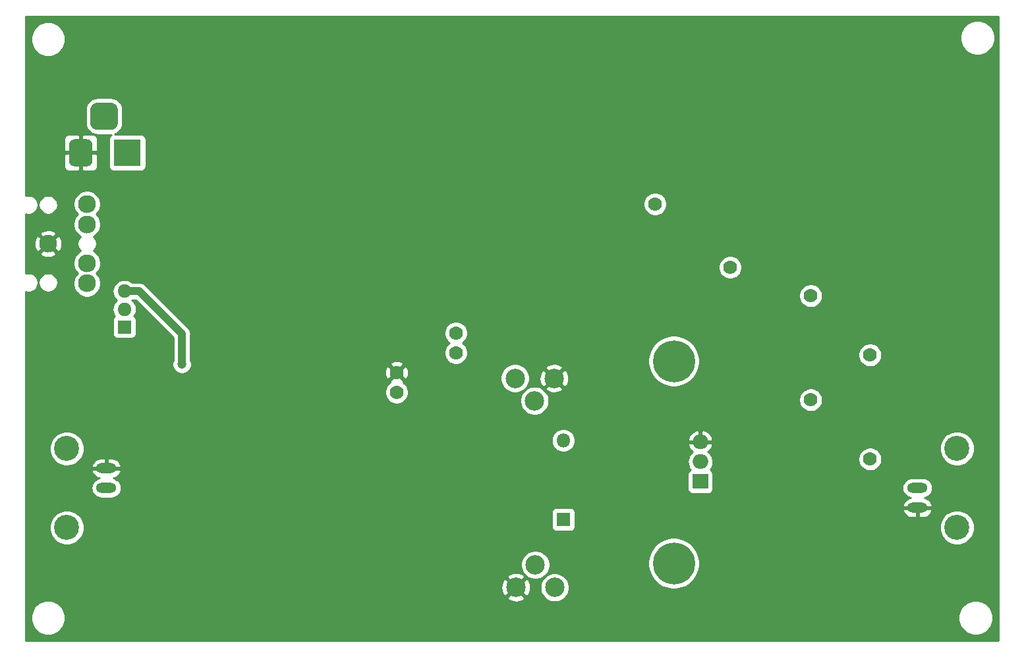
<source format=gbl>
G04 #@! TF.GenerationSoftware,KiCad,Pcbnew,(5.1.5)-3*
G04 #@! TF.CreationDate,2021-07-16T13:31:02-05:00*
G04 #@! TF.ProjectId,IRF510-Amplifier,49524635-3130-42d4-916d-706c69666965,rev?*
G04 #@! TF.SameCoordinates,Original*
G04 #@! TF.FileFunction,Copper,L2,Bot*
G04 #@! TF.FilePolarity,Positive*
%FSLAX46Y46*%
G04 Gerber Fmt 4.6, Leading zero omitted, Abs format (unit mm)*
G04 Created by KiCad (PCBNEW (5.1.5)-3) date 2021-07-16 13:31:02*
%MOMM*%
%LPD*%
G04 APERTURE LIST*
%ADD10C,5.400000*%
%ADD11C,2.300000*%
%ADD12O,1.800000X1.717500*%
%ADD13R,1.800000X1.717500*%
%ADD14C,1.778000*%
%ADD15C,2.500000*%
%ADD16O,1.800000X1.800000*%
%ADD17R,1.800000X1.800000*%
%ADD18O,2.000000X1.905000*%
%ADD19R,2.000000X1.905000*%
%ADD20O,2.616000X1.308000*%
%ADD21C,3.216000*%
%ADD22C,0.100000*%
%ADD23R,3.500000X3.500000*%
%ADD24C,1.200000*%
%ADD25C,1.000000*%
%ADD26C,0.254000*%
G04 APERTURE END LIST*
D10*
X159600000Y-90800000D03*
X159600000Y-64800000D03*
D11*
X84200000Y-54800000D03*
X79200000Y-49700000D03*
X84200000Y-44600000D03*
X84200000Y-47200000D03*
X84200000Y-52200000D03*
D12*
X89000000Y-55820000D03*
X89000000Y-58110000D03*
D13*
X89000000Y-60400000D03*
D14*
X131610000Y-63730000D03*
X123990000Y-68810000D03*
X131610000Y-61190000D03*
X123990000Y-66270000D03*
D15*
X139300000Y-93900000D03*
X144300000Y-93900000D03*
X141800000Y-91000000D03*
X144206000Y-67003000D03*
X139206000Y-67003000D03*
X141706000Y-69903000D03*
D14*
X157200000Y-44600000D03*
X166845000Y-52744000D03*
D16*
X145400000Y-75000000D03*
D17*
X145400000Y-85160000D03*
D18*
X163000000Y-75200000D03*
X163000000Y-77740000D03*
D19*
X163000000Y-80280000D03*
D14*
X177190000Y-69790000D03*
X184810000Y-77410000D03*
X177190000Y-56390000D03*
X184810000Y-64010000D03*
D20*
X86680000Y-81120000D03*
X86680000Y-78580000D03*
D21*
X81600000Y-76040000D03*
X81600000Y-86200000D03*
D20*
X190900000Y-81100000D03*
X190900000Y-83640000D03*
D21*
X195980000Y-86180000D03*
X195980000Y-76020000D03*
G04 #@! TA.AperFunction,ComponentPad*
D22*
G36*
X87360765Y-31554213D02*
G01*
X87445704Y-31566813D01*
X87528999Y-31587677D01*
X87609848Y-31616605D01*
X87687472Y-31653319D01*
X87761124Y-31697464D01*
X87830094Y-31748616D01*
X87893718Y-31806282D01*
X87951384Y-31869906D01*
X88002536Y-31938876D01*
X88046681Y-32012528D01*
X88083395Y-32090152D01*
X88112323Y-32171001D01*
X88133187Y-32254296D01*
X88145787Y-32339235D01*
X88150000Y-32425000D01*
X88150000Y-34175000D01*
X88145787Y-34260765D01*
X88133187Y-34345704D01*
X88112323Y-34428999D01*
X88083395Y-34509848D01*
X88046681Y-34587472D01*
X88002536Y-34661124D01*
X87951384Y-34730094D01*
X87893718Y-34793718D01*
X87830094Y-34851384D01*
X87761124Y-34902536D01*
X87687472Y-34946681D01*
X87609848Y-34983395D01*
X87528999Y-35012323D01*
X87445704Y-35033187D01*
X87360765Y-35045787D01*
X87275000Y-35050000D01*
X85525000Y-35050000D01*
X85439235Y-35045787D01*
X85354296Y-35033187D01*
X85271001Y-35012323D01*
X85190152Y-34983395D01*
X85112528Y-34946681D01*
X85038876Y-34902536D01*
X84969906Y-34851384D01*
X84906282Y-34793718D01*
X84848616Y-34730094D01*
X84797464Y-34661124D01*
X84753319Y-34587472D01*
X84716605Y-34509848D01*
X84687677Y-34428999D01*
X84666813Y-34345704D01*
X84654213Y-34260765D01*
X84650000Y-34175000D01*
X84650000Y-32425000D01*
X84654213Y-32339235D01*
X84666813Y-32254296D01*
X84687677Y-32171001D01*
X84716605Y-32090152D01*
X84753319Y-32012528D01*
X84797464Y-31938876D01*
X84848616Y-31869906D01*
X84906282Y-31806282D01*
X84969906Y-31748616D01*
X85038876Y-31697464D01*
X85112528Y-31653319D01*
X85190152Y-31616605D01*
X85271001Y-31587677D01*
X85354296Y-31566813D01*
X85439235Y-31554213D01*
X85525000Y-31550000D01*
X87275000Y-31550000D01*
X87360765Y-31554213D01*
G37*
G04 #@! TD.AperFunction*
G04 #@! TA.AperFunction,ComponentPad*
G36*
X84223513Y-36253611D02*
G01*
X84296318Y-36264411D01*
X84367714Y-36282295D01*
X84437013Y-36307090D01*
X84503548Y-36338559D01*
X84566678Y-36376398D01*
X84625795Y-36420242D01*
X84680330Y-36469670D01*
X84729758Y-36524205D01*
X84773602Y-36583322D01*
X84811441Y-36646452D01*
X84842910Y-36712987D01*
X84867705Y-36782286D01*
X84885589Y-36853682D01*
X84896389Y-36926487D01*
X84900000Y-37000000D01*
X84900000Y-39000000D01*
X84896389Y-39073513D01*
X84885589Y-39146318D01*
X84867705Y-39217714D01*
X84842910Y-39287013D01*
X84811441Y-39353548D01*
X84773602Y-39416678D01*
X84729758Y-39475795D01*
X84680330Y-39530330D01*
X84625795Y-39579758D01*
X84566678Y-39623602D01*
X84503548Y-39661441D01*
X84437013Y-39692910D01*
X84367714Y-39717705D01*
X84296318Y-39735589D01*
X84223513Y-39746389D01*
X84150000Y-39750000D01*
X82650000Y-39750000D01*
X82576487Y-39746389D01*
X82503682Y-39735589D01*
X82432286Y-39717705D01*
X82362987Y-39692910D01*
X82296452Y-39661441D01*
X82233322Y-39623602D01*
X82174205Y-39579758D01*
X82119670Y-39530330D01*
X82070242Y-39475795D01*
X82026398Y-39416678D01*
X81988559Y-39353548D01*
X81957090Y-39287013D01*
X81932295Y-39217714D01*
X81914411Y-39146318D01*
X81903611Y-39073513D01*
X81900000Y-39000000D01*
X81900000Y-37000000D01*
X81903611Y-36926487D01*
X81914411Y-36853682D01*
X81932295Y-36782286D01*
X81957090Y-36712987D01*
X81988559Y-36646452D01*
X82026398Y-36583322D01*
X82070242Y-36524205D01*
X82119670Y-36469670D01*
X82174205Y-36420242D01*
X82233322Y-36376398D01*
X82296452Y-36338559D01*
X82362987Y-36307090D01*
X82432286Y-36282295D01*
X82503682Y-36264411D01*
X82576487Y-36253611D01*
X82650000Y-36250000D01*
X84150000Y-36250000D01*
X84223513Y-36253611D01*
G37*
G04 #@! TD.AperFunction*
D23*
X89400000Y-38000000D03*
D24*
X96400000Y-65200000D03*
D25*
X90900000Y-55820000D02*
X96400000Y-61320000D01*
X89000000Y-55820000D02*
X90900000Y-55820000D01*
X96400000Y-61320000D02*
X96400000Y-65200000D01*
X96400000Y-65200000D02*
X96400000Y-65200000D01*
D26*
G36*
X201315001Y-100715000D02*
G01*
X76285000Y-100715000D01*
X76285000Y-97579872D01*
X76965000Y-97579872D01*
X76965000Y-98020128D01*
X77050890Y-98451925D01*
X77219369Y-98858669D01*
X77463962Y-99224729D01*
X77775271Y-99536038D01*
X78141331Y-99780631D01*
X78548075Y-99949110D01*
X78979872Y-100035000D01*
X79420128Y-100035000D01*
X79851925Y-99949110D01*
X80258669Y-99780631D01*
X80624729Y-99536038D01*
X80936038Y-99224729D01*
X81180631Y-98858669D01*
X81349110Y-98451925D01*
X81435000Y-98020128D01*
X81435000Y-97579872D01*
X196165000Y-97579872D01*
X196165000Y-98020128D01*
X196250890Y-98451925D01*
X196419369Y-98858669D01*
X196663962Y-99224729D01*
X196975271Y-99536038D01*
X197341331Y-99780631D01*
X197748075Y-99949110D01*
X198179872Y-100035000D01*
X198620128Y-100035000D01*
X199051925Y-99949110D01*
X199458669Y-99780631D01*
X199824729Y-99536038D01*
X200136038Y-99224729D01*
X200380631Y-98858669D01*
X200549110Y-98451925D01*
X200635000Y-98020128D01*
X200635000Y-97579872D01*
X200549110Y-97148075D01*
X200380631Y-96741331D01*
X200136038Y-96375271D01*
X199824729Y-96063962D01*
X199458669Y-95819369D01*
X199051925Y-95650890D01*
X198620128Y-95565000D01*
X198179872Y-95565000D01*
X197748075Y-95650890D01*
X197341331Y-95819369D01*
X196975271Y-96063962D01*
X196663962Y-96375271D01*
X196419369Y-96741331D01*
X196250890Y-97148075D01*
X196165000Y-97579872D01*
X81435000Y-97579872D01*
X81349110Y-97148075D01*
X81180631Y-96741331D01*
X80936038Y-96375271D01*
X80624729Y-96063962D01*
X80258669Y-95819369D01*
X79851925Y-95650890D01*
X79420128Y-95565000D01*
X78979872Y-95565000D01*
X78548075Y-95650890D01*
X78141331Y-95819369D01*
X77775271Y-96063962D01*
X77463962Y-96375271D01*
X77219369Y-96741331D01*
X77050890Y-97148075D01*
X76965000Y-97579872D01*
X76285000Y-97579872D01*
X76285000Y-95213605D01*
X138166000Y-95213605D01*
X138291914Y-95503577D01*
X138624126Y-95669433D01*
X138982312Y-95767290D01*
X139352706Y-95793389D01*
X139721075Y-95746725D01*
X140073262Y-95629094D01*
X140308086Y-95503577D01*
X140434000Y-95213605D01*
X139300000Y-94079605D01*
X138166000Y-95213605D01*
X76285000Y-95213605D01*
X76285000Y-93952706D01*
X137406611Y-93952706D01*
X137453275Y-94321075D01*
X137570906Y-94673262D01*
X137696423Y-94908086D01*
X137986395Y-95034000D01*
X139120395Y-93900000D01*
X139479605Y-93900000D01*
X140613605Y-95034000D01*
X140903577Y-94908086D01*
X141069433Y-94575874D01*
X141167290Y-94217688D01*
X141193389Y-93847294D01*
X141176548Y-93714344D01*
X142415000Y-93714344D01*
X142415000Y-94085656D01*
X142487439Y-94449834D01*
X142629534Y-94792882D01*
X142835825Y-95101618D01*
X143098382Y-95364175D01*
X143407118Y-95570466D01*
X143750166Y-95712561D01*
X144114344Y-95785000D01*
X144485656Y-95785000D01*
X144849834Y-95712561D01*
X145192882Y-95570466D01*
X145501618Y-95364175D01*
X145764175Y-95101618D01*
X145970466Y-94792882D01*
X146112561Y-94449834D01*
X146185000Y-94085656D01*
X146185000Y-93714344D01*
X146112561Y-93350166D01*
X145970466Y-93007118D01*
X145764175Y-92698382D01*
X145501618Y-92435825D01*
X145192882Y-92229534D01*
X144849834Y-92087439D01*
X144485656Y-92015000D01*
X144114344Y-92015000D01*
X143750166Y-92087439D01*
X143407118Y-92229534D01*
X143098382Y-92435825D01*
X142835825Y-92698382D01*
X142629534Y-93007118D01*
X142487439Y-93350166D01*
X142415000Y-93714344D01*
X141176548Y-93714344D01*
X141146725Y-93478925D01*
X141029094Y-93126738D01*
X140903577Y-92891914D01*
X140613605Y-92766000D01*
X139479605Y-93900000D01*
X139120395Y-93900000D01*
X137986395Y-92766000D01*
X137696423Y-92891914D01*
X137530567Y-93224126D01*
X137432710Y-93582312D01*
X137406611Y-93952706D01*
X76285000Y-93952706D01*
X76285000Y-92586395D01*
X138166000Y-92586395D01*
X139300000Y-93720395D01*
X140434000Y-92586395D01*
X140308086Y-92296423D01*
X139975874Y-92130567D01*
X139617688Y-92032710D01*
X139247294Y-92006611D01*
X138878925Y-92053275D01*
X138526738Y-92170906D01*
X138291914Y-92296423D01*
X138166000Y-92586395D01*
X76285000Y-92586395D01*
X76285000Y-90814344D01*
X139915000Y-90814344D01*
X139915000Y-91185656D01*
X139987439Y-91549834D01*
X140129534Y-91892882D01*
X140335825Y-92201618D01*
X140598382Y-92464175D01*
X140907118Y-92670466D01*
X141250166Y-92812561D01*
X141614344Y-92885000D01*
X141985656Y-92885000D01*
X142349834Y-92812561D01*
X142692882Y-92670466D01*
X143001618Y-92464175D01*
X143264175Y-92201618D01*
X143470466Y-91892882D01*
X143612561Y-91549834D01*
X143685000Y-91185656D01*
X143685000Y-90814344D01*
X143616811Y-90471531D01*
X156265000Y-90471531D01*
X156265000Y-91128469D01*
X156393162Y-91772784D01*
X156644561Y-92379715D01*
X157009536Y-92925939D01*
X157474061Y-93390464D01*
X158020285Y-93755439D01*
X158627216Y-94006838D01*
X159271531Y-94135000D01*
X159928469Y-94135000D01*
X160572784Y-94006838D01*
X161179715Y-93755439D01*
X161725939Y-93390464D01*
X162190464Y-92925939D01*
X162555439Y-92379715D01*
X162806838Y-91772784D01*
X162935000Y-91128469D01*
X162935000Y-90471531D01*
X162806838Y-89827216D01*
X162555439Y-89220285D01*
X162190464Y-88674061D01*
X161725939Y-88209536D01*
X161179715Y-87844561D01*
X160572784Y-87593162D01*
X159928469Y-87465000D01*
X159271531Y-87465000D01*
X158627216Y-87593162D01*
X158020285Y-87844561D01*
X157474061Y-88209536D01*
X157009536Y-88674061D01*
X156644561Y-89220285D01*
X156393162Y-89827216D01*
X156265000Y-90471531D01*
X143616811Y-90471531D01*
X143612561Y-90450166D01*
X143470466Y-90107118D01*
X143264175Y-89798382D01*
X143001618Y-89535825D01*
X142692882Y-89329534D01*
X142349834Y-89187439D01*
X141985656Y-89115000D01*
X141614344Y-89115000D01*
X141250166Y-89187439D01*
X140907118Y-89329534D01*
X140598382Y-89535825D01*
X140335825Y-89798382D01*
X140129534Y-90107118D01*
X139987439Y-90450166D01*
X139915000Y-90814344D01*
X76285000Y-90814344D01*
X76285000Y-85979084D01*
X79357000Y-85979084D01*
X79357000Y-86420916D01*
X79443197Y-86854259D01*
X79612279Y-87262459D01*
X79857748Y-87629829D01*
X80170171Y-87942252D01*
X80537541Y-88187721D01*
X80945741Y-88356803D01*
X81379084Y-88443000D01*
X81820916Y-88443000D01*
X82254259Y-88356803D01*
X82662459Y-88187721D01*
X83029829Y-87942252D01*
X83342252Y-87629829D01*
X83587721Y-87262459D01*
X83756803Y-86854259D01*
X83843000Y-86420916D01*
X83843000Y-85979084D01*
X83756803Y-85545741D01*
X83587721Y-85137541D01*
X83342252Y-84770171D01*
X83029829Y-84457748D01*
X82733879Y-84260000D01*
X143861928Y-84260000D01*
X143861928Y-86060000D01*
X143874188Y-86184482D01*
X143910498Y-86304180D01*
X143969463Y-86414494D01*
X144048815Y-86511185D01*
X144145506Y-86590537D01*
X144255820Y-86649502D01*
X144375518Y-86685812D01*
X144500000Y-86698072D01*
X146300000Y-86698072D01*
X146424482Y-86685812D01*
X146544180Y-86649502D01*
X146654494Y-86590537D01*
X146751185Y-86511185D01*
X146830537Y-86414494D01*
X146889502Y-86304180D01*
X146925812Y-86184482D01*
X146938072Y-86060000D01*
X146938072Y-85959084D01*
X193737000Y-85959084D01*
X193737000Y-86400916D01*
X193823197Y-86834259D01*
X193992279Y-87242459D01*
X194237748Y-87609829D01*
X194550171Y-87922252D01*
X194917541Y-88167721D01*
X195325741Y-88336803D01*
X195759084Y-88423000D01*
X196200916Y-88423000D01*
X196634259Y-88336803D01*
X197042459Y-88167721D01*
X197409829Y-87922252D01*
X197722252Y-87609829D01*
X197967721Y-87242459D01*
X198136803Y-86834259D01*
X198223000Y-86400916D01*
X198223000Y-85959084D01*
X198136803Y-85525741D01*
X197967721Y-85117541D01*
X197722252Y-84750171D01*
X197409829Y-84437748D01*
X197042459Y-84192279D01*
X196634259Y-84023197D01*
X196200916Y-83937000D01*
X195759084Y-83937000D01*
X195325741Y-84023197D01*
X194917541Y-84192279D01*
X194550171Y-84437748D01*
X194237748Y-84750171D01*
X193992279Y-85117541D01*
X193823197Y-85525741D01*
X193737000Y-85959084D01*
X146938072Y-85959084D01*
X146938072Y-84260000D01*
X146925812Y-84135518D01*
X146889502Y-84015820D01*
X146862926Y-83966099D01*
X188998932Y-83966099D01*
X189006517Y-84015946D01*
X189103677Y-84250533D01*
X189244736Y-84461658D01*
X189424273Y-84641207D01*
X189635388Y-84782280D01*
X189869969Y-84879456D01*
X190119000Y-84929000D01*
X190773000Y-84929000D01*
X190773000Y-83767000D01*
X191027000Y-83767000D01*
X191027000Y-84929000D01*
X191681000Y-84929000D01*
X191930031Y-84879456D01*
X192164612Y-84782280D01*
X192375727Y-84641207D01*
X192555264Y-84461658D01*
X192696323Y-84250533D01*
X192793483Y-84015946D01*
X192801068Y-83966099D01*
X192677092Y-83767000D01*
X191027000Y-83767000D01*
X190773000Y-83767000D01*
X189122908Y-83767000D01*
X188998932Y-83966099D01*
X146862926Y-83966099D01*
X146830537Y-83905506D01*
X146751185Y-83808815D01*
X146654494Y-83729463D01*
X146544180Y-83670498D01*
X146424482Y-83634188D01*
X146300000Y-83621928D01*
X144500000Y-83621928D01*
X144375518Y-83634188D01*
X144255820Y-83670498D01*
X144145506Y-83729463D01*
X144048815Y-83808815D01*
X143969463Y-83905506D01*
X143910498Y-84015820D01*
X143874188Y-84135518D01*
X143861928Y-84260000D01*
X82733879Y-84260000D01*
X82662459Y-84212279D01*
X82254259Y-84043197D01*
X81820916Y-83957000D01*
X81379084Y-83957000D01*
X80945741Y-84043197D01*
X80537541Y-84212279D01*
X80170171Y-84457748D01*
X79857748Y-84770171D01*
X79612279Y-85137541D01*
X79443197Y-85545741D01*
X79357000Y-85979084D01*
X76285000Y-85979084D01*
X76285000Y-81120000D01*
X84730764Y-81120000D01*
X84755652Y-81372688D01*
X84829358Y-81615665D01*
X84949051Y-81839595D01*
X85110130Y-82035870D01*
X85306405Y-82196949D01*
X85530335Y-82316642D01*
X85773312Y-82390348D01*
X85962686Y-82409000D01*
X87397314Y-82409000D01*
X87586688Y-82390348D01*
X87829665Y-82316642D01*
X88053595Y-82196949D01*
X88249870Y-82035870D01*
X88410949Y-81839595D01*
X88530642Y-81615665D01*
X88604348Y-81372688D01*
X88629236Y-81120000D01*
X88604348Y-80867312D01*
X88530642Y-80624335D01*
X88410949Y-80400405D01*
X88249870Y-80204130D01*
X88053595Y-80043051D01*
X87829665Y-79923358D01*
X87586688Y-79849652D01*
X87567668Y-79847779D01*
X87710031Y-79819456D01*
X87944612Y-79722280D01*
X88155727Y-79581207D01*
X88335264Y-79401658D01*
X88476323Y-79190533D01*
X88573483Y-78955946D01*
X88581068Y-78906099D01*
X88457092Y-78707000D01*
X86807000Y-78707000D01*
X86807000Y-78727000D01*
X86553000Y-78727000D01*
X86553000Y-78707000D01*
X84902908Y-78707000D01*
X84778932Y-78906099D01*
X84786517Y-78955946D01*
X84883677Y-79190533D01*
X85024736Y-79401658D01*
X85204273Y-79581207D01*
X85415388Y-79722280D01*
X85649969Y-79819456D01*
X85792332Y-79847779D01*
X85773312Y-79849652D01*
X85530335Y-79923358D01*
X85306405Y-80043051D01*
X85110130Y-80204130D01*
X84949051Y-80400405D01*
X84829358Y-80624335D01*
X84755652Y-80867312D01*
X84730764Y-81120000D01*
X76285000Y-81120000D01*
X76285000Y-75819084D01*
X79357000Y-75819084D01*
X79357000Y-76260916D01*
X79443197Y-76694259D01*
X79612279Y-77102459D01*
X79857748Y-77469829D01*
X80170171Y-77782252D01*
X80537541Y-78027721D01*
X80945741Y-78196803D01*
X81379084Y-78283000D01*
X81820916Y-78283000D01*
X81967207Y-78253901D01*
X84778932Y-78253901D01*
X84902908Y-78453000D01*
X86553000Y-78453000D01*
X86553000Y-77291000D01*
X86807000Y-77291000D01*
X86807000Y-78453000D01*
X88457092Y-78453000D01*
X88581068Y-78253901D01*
X88573483Y-78204054D01*
X88476323Y-77969467D01*
X88335264Y-77758342D01*
X88316924Y-77740000D01*
X161357319Y-77740000D01*
X161387970Y-78051204D01*
X161478745Y-78350449D01*
X161626155Y-78626235D01*
X161729446Y-78752095D01*
X161645506Y-78796963D01*
X161548815Y-78876315D01*
X161469463Y-78973006D01*
X161410498Y-79083320D01*
X161374188Y-79203018D01*
X161361928Y-79327500D01*
X161361928Y-81232500D01*
X161374188Y-81356982D01*
X161410498Y-81476680D01*
X161469463Y-81586994D01*
X161548815Y-81683685D01*
X161645506Y-81763037D01*
X161755820Y-81822002D01*
X161875518Y-81858312D01*
X162000000Y-81870572D01*
X164000000Y-81870572D01*
X164124482Y-81858312D01*
X164244180Y-81822002D01*
X164354494Y-81763037D01*
X164451185Y-81683685D01*
X164530537Y-81586994D01*
X164589502Y-81476680D01*
X164625812Y-81356982D01*
X164638072Y-81232500D01*
X164638072Y-81100000D01*
X188950764Y-81100000D01*
X188975652Y-81352688D01*
X189049358Y-81595665D01*
X189169051Y-81819595D01*
X189330130Y-82015870D01*
X189526405Y-82176949D01*
X189750335Y-82296642D01*
X189993312Y-82370348D01*
X190012332Y-82372221D01*
X189869969Y-82400544D01*
X189635388Y-82497720D01*
X189424273Y-82638793D01*
X189244736Y-82818342D01*
X189103677Y-83029467D01*
X189006517Y-83264054D01*
X188998932Y-83313901D01*
X189122908Y-83513000D01*
X190773000Y-83513000D01*
X190773000Y-83493000D01*
X191027000Y-83493000D01*
X191027000Y-83513000D01*
X192677092Y-83513000D01*
X192801068Y-83313901D01*
X192793483Y-83264054D01*
X192696323Y-83029467D01*
X192555264Y-82818342D01*
X192375727Y-82638793D01*
X192164612Y-82497720D01*
X191930031Y-82400544D01*
X191787668Y-82372221D01*
X191806688Y-82370348D01*
X192049665Y-82296642D01*
X192273595Y-82176949D01*
X192469870Y-82015870D01*
X192630949Y-81819595D01*
X192750642Y-81595665D01*
X192824348Y-81352688D01*
X192849236Y-81100000D01*
X192824348Y-80847312D01*
X192750642Y-80604335D01*
X192630949Y-80380405D01*
X192469870Y-80184130D01*
X192273595Y-80023051D01*
X192049665Y-79903358D01*
X191806688Y-79829652D01*
X191617314Y-79811000D01*
X190182686Y-79811000D01*
X189993312Y-79829652D01*
X189750335Y-79903358D01*
X189526405Y-80023051D01*
X189330130Y-80184130D01*
X189169051Y-80380405D01*
X189049358Y-80604335D01*
X188975652Y-80847312D01*
X188950764Y-81100000D01*
X164638072Y-81100000D01*
X164638072Y-79327500D01*
X164625812Y-79203018D01*
X164589502Y-79083320D01*
X164530537Y-78973006D01*
X164451185Y-78876315D01*
X164354494Y-78796963D01*
X164270554Y-78752095D01*
X164373845Y-78626235D01*
X164521255Y-78350449D01*
X164612030Y-78051204D01*
X164642681Y-77740000D01*
X164612030Y-77428796D01*
X164560796Y-77259899D01*
X183286000Y-77259899D01*
X183286000Y-77560101D01*
X183344566Y-77854534D01*
X183459449Y-78131885D01*
X183626232Y-78381493D01*
X183838507Y-78593768D01*
X184088115Y-78760551D01*
X184365466Y-78875434D01*
X184659899Y-78934000D01*
X184960101Y-78934000D01*
X185254534Y-78875434D01*
X185531885Y-78760551D01*
X185781493Y-78593768D01*
X185993768Y-78381493D01*
X186160551Y-78131885D01*
X186275434Y-77854534D01*
X186334000Y-77560101D01*
X186334000Y-77259899D01*
X186275434Y-76965466D01*
X186160551Y-76688115D01*
X185993768Y-76438507D01*
X185781493Y-76226232D01*
X185531885Y-76059449D01*
X185254534Y-75944566D01*
X184960101Y-75886000D01*
X184659899Y-75886000D01*
X184365466Y-75944566D01*
X184088115Y-76059449D01*
X183838507Y-76226232D01*
X183626232Y-76438507D01*
X183459449Y-76688115D01*
X183344566Y-76965466D01*
X183286000Y-77259899D01*
X164560796Y-77259899D01*
X164521255Y-77129551D01*
X164373845Y-76853765D01*
X164175463Y-76612037D01*
X163996101Y-76464837D01*
X164181315Y-76309437D01*
X164375969Y-76066923D01*
X164515411Y-75799084D01*
X193737000Y-75799084D01*
X193737000Y-76240916D01*
X193823197Y-76674259D01*
X193992279Y-77082459D01*
X194237748Y-77449829D01*
X194550171Y-77762252D01*
X194917541Y-78007721D01*
X195325741Y-78176803D01*
X195759084Y-78263000D01*
X196200916Y-78263000D01*
X196634259Y-78176803D01*
X197042459Y-78007721D01*
X197409829Y-77762252D01*
X197722252Y-77449829D01*
X197967721Y-77082459D01*
X198136803Y-76674259D01*
X198223000Y-76240916D01*
X198223000Y-75799084D01*
X198136803Y-75365741D01*
X197967721Y-74957541D01*
X197722252Y-74590171D01*
X197409829Y-74277748D01*
X197042459Y-74032279D01*
X196634259Y-73863197D01*
X196200916Y-73777000D01*
X195759084Y-73777000D01*
X195325741Y-73863197D01*
X194917541Y-74032279D01*
X194550171Y-74277748D01*
X194237748Y-74590171D01*
X193992279Y-74957541D01*
X193823197Y-75365741D01*
X193737000Y-75799084D01*
X164515411Y-75799084D01*
X164519571Y-75791094D01*
X164590563Y-75572980D01*
X164470594Y-75327000D01*
X163127000Y-75327000D01*
X163127000Y-75347000D01*
X162873000Y-75347000D01*
X162873000Y-75327000D01*
X161529406Y-75327000D01*
X161409437Y-75572980D01*
X161480429Y-75791094D01*
X161624031Y-76066923D01*
X161818685Y-76309437D01*
X162003899Y-76464837D01*
X161824537Y-76612037D01*
X161626155Y-76853765D01*
X161478745Y-77129551D01*
X161387970Y-77428796D01*
X161357319Y-77740000D01*
X88316924Y-77740000D01*
X88155727Y-77578793D01*
X87944612Y-77437720D01*
X87710031Y-77340544D01*
X87461000Y-77291000D01*
X86807000Y-77291000D01*
X86553000Y-77291000D01*
X85899000Y-77291000D01*
X85649969Y-77340544D01*
X85415388Y-77437720D01*
X85204273Y-77578793D01*
X85024736Y-77758342D01*
X84883677Y-77969467D01*
X84786517Y-78204054D01*
X84778932Y-78253901D01*
X81967207Y-78253901D01*
X82254259Y-78196803D01*
X82662459Y-78027721D01*
X83029829Y-77782252D01*
X83342252Y-77469829D01*
X83587721Y-77102459D01*
X83756803Y-76694259D01*
X83843000Y-76260916D01*
X83843000Y-75819084D01*
X83756803Y-75385741D01*
X83587721Y-74977541D01*
X83501710Y-74848816D01*
X143865000Y-74848816D01*
X143865000Y-75151184D01*
X143923989Y-75447743D01*
X144039701Y-75727095D01*
X144207688Y-75978505D01*
X144421495Y-76192312D01*
X144672905Y-76360299D01*
X144952257Y-76476011D01*
X145248816Y-76535000D01*
X145551184Y-76535000D01*
X145847743Y-76476011D01*
X146127095Y-76360299D01*
X146378505Y-76192312D01*
X146592312Y-75978505D01*
X146760299Y-75727095D01*
X146876011Y-75447743D01*
X146935000Y-75151184D01*
X146935000Y-74848816D01*
X146930665Y-74827020D01*
X161409437Y-74827020D01*
X161529406Y-75073000D01*
X162873000Y-75073000D01*
X162873000Y-73774430D01*
X163127000Y-73774430D01*
X163127000Y-75073000D01*
X164470594Y-75073000D01*
X164590563Y-74827020D01*
X164519571Y-74608906D01*
X164375969Y-74333077D01*
X164181315Y-74090563D01*
X163943089Y-73890684D01*
X163670446Y-73741121D01*
X163373863Y-73647622D01*
X163127000Y-73774430D01*
X162873000Y-73774430D01*
X162626137Y-73647622D01*
X162329554Y-73741121D01*
X162056911Y-73890684D01*
X161818685Y-74090563D01*
X161624031Y-74333077D01*
X161480429Y-74608906D01*
X161409437Y-74827020D01*
X146930665Y-74827020D01*
X146876011Y-74552257D01*
X146760299Y-74272905D01*
X146592312Y-74021495D01*
X146378505Y-73807688D01*
X146127095Y-73639701D01*
X145847743Y-73523989D01*
X145551184Y-73465000D01*
X145248816Y-73465000D01*
X144952257Y-73523989D01*
X144672905Y-73639701D01*
X144421495Y-73807688D01*
X144207688Y-74021495D01*
X144039701Y-74272905D01*
X143923989Y-74552257D01*
X143865000Y-74848816D01*
X83501710Y-74848816D01*
X83342252Y-74610171D01*
X83029829Y-74297748D01*
X82662459Y-74052279D01*
X82254259Y-73883197D01*
X81820916Y-73797000D01*
X81379084Y-73797000D01*
X80945741Y-73883197D01*
X80537541Y-74052279D01*
X80170171Y-74297748D01*
X79857748Y-74610171D01*
X79612279Y-74977541D01*
X79443197Y-75385741D01*
X79357000Y-75819084D01*
X76285000Y-75819084D01*
X76285000Y-68659899D01*
X122466000Y-68659899D01*
X122466000Y-68960101D01*
X122524566Y-69254534D01*
X122639449Y-69531885D01*
X122806232Y-69781493D01*
X123018507Y-69993768D01*
X123268115Y-70160551D01*
X123545466Y-70275434D01*
X123839899Y-70334000D01*
X124140101Y-70334000D01*
X124434534Y-70275434D01*
X124711885Y-70160551D01*
X124961493Y-69993768D01*
X125173768Y-69781493D01*
X125216631Y-69717344D01*
X139821000Y-69717344D01*
X139821000Y-70088656D01*
X139893439Y-70452834D01*
X140035534Y-70795882D01*
X140241825Y-71104618D01*
X140504382Y-71367175D01*
X140813118Y-71573466D01*
X141156166Y-71715561D01*
X141520344Y-71788000D01*
X141891656Y-71788000D01*
X142255834Y-71715561D01*
X142598882Y-71573466D01*
X142907618Y-71367175D01*
X143170175Y-71104618D01*
X143376466Y-70795882D01*
X143518561Y-70452834D01*
X143591000Y-70088656D01*
X143591000Y-69717344D01*
X143575596Y-69639899D01*
X175666000Y-69639899D01*
X175666000Y-69940101D01*
X175724566Y-70234534D01*
X175839449Y-70511885D01*
X176006232Y-70761493D01*
X176218507Y-70973768D01*
X176468115Y-71140551D01*
X176745466Y-71255434D01*
X177039899Y-71314000D01*
X177340101Y-71314000D01*
X177634534Y-71255434D01*
X177911885Y-71140551D01*
X178161493Y-70973768D01*
X178373768Y-70761493D01*
X178540551Y-70511885D01*
X178655434Y-70234534D01*
X178714000Y-69940101D01*
X178714000Y-69639899D01*
X178655434Y-69345466D01*
X178540551Y-69068115D01*
X178373768Y-68818507D01*
X178161493Y-68606232D01*
X177911885Y-68439449D01*
X177634534Y-68324566D01*
X177340101Y-68266000D01*
X177039899Y-68266000D01*
X176745466Y-68324566D01*
X176468115Y-68439449D01*
X176218507Y-68606232D01*
X176006232Y-68818507D01*
X175839449Y-69068115D01*
X175724566Y-69345466D01*
X175666000Y-69639899D01*
X143575596Y-69639899D01*
X143518561Y-69353166D01*
X143376466Y-69010118D01*
X143170175Y-68701382D01*
X142907618Y-68438825D01*
X142724704Y-68316605D01*
X143072000Y-68316605D01*
X143197914Y-68606577D01*
X143530126Y-68772433D01*
X143888312Y-68870290D01*
X144258706Y-68896389D01*
X144627075Y-68849725D01*
X144979262Y-68732094D01*
X145214086Y-68606577D01*
X145340000Y-68316605D01*
X144206000Y-67182605D01*
X143072000Y-68316605D01*
X142724704Y-68316605D01*
X142598882Y-68232534D01*
X142255834Y-68090439D01*
X141891656Y-68018000D01*
X141520344Y-68018000D01*
X141156166Y-68090439D01*
X140813118Y-68232534D01*
X140504382Y-68438825D01*
X140241825Y-68701382D01*
X140035534Y-69010118D01*
X139893439Y-69353166D01*
X139821000Y-69717344D01*
X125216631Y-69717344D01*
X125340551Y-69531885D01*
X125455434Y-69254534D01*
X125514000Y-68960101D01*
X125514000Y-68659899D01*
X125455434Y-68365466D01*
X125340551Y-68088115D01*
X125173768Y-67838507D01*
X124961493Y-67626232D01*
X124803378Y-67520583D01*
X124866626Y-67326231D01*
X123990000Y-66449605D01*
X123113374Y-67326231D01*
X123176622Y-67520583D01*
X123018507Y-67626232D01*
X122806232Y-67838507D01*
X122639449Y-68088115D01*
X122524566Y-68365466D01*
X122466000Y-68659899D01*
X76285000Y-68659899D01*
X76285000Y-55864856D01*
X76339764Y-55887540D01*
X76578363Y-55935000D01*
X76821637Y-55935000D01*
X77060236Y-55887540D01*
X77284992Y-55794443D01*
X77487267Y-55659287D01*
X77659287Y-55487267D01*
X77794443Y-55284992D01*
X77887540Y-55060236D01*
X77935000Y-54821637D01*
X77935000Y-54578363D01*
X77965000Y-54578363D01*
X77965000Y-54821637D01*
X78012460Y-55060236D01*
X78105557Y-55284992D01*
X78240713Y-55487267D01*
X78412733Y-55659287D01*
X78615008Y-55794443D01*
X78839764Y-55887540D01*
X79078363Y-55935000D01*
X79321637Y-55935000D01*
X79560236Y-55887540D01*
X79784992Y-55794443D01*
X79987267Y-55659287D01*
X80159287Y-55487267D01*
X80294443Y-55284992D01*
X80387540Y-55060236D01*
X80435000Y-54821637D01*
X80435000Y-54578363D01*
X80387540Y-54339764D01*
X80294443Y-54115008D01*
X80159287Y-53912733D01*
X79987267Y-53740713D01*
X79784992Y-53605557D01*
X79560236Y-53512460D01*
X79321637Y-53465000D01*
X79078363Y-53465000D01*
X78839764Y-53512460D01*
X78615008Y-53605557D01*
X78412733Y-53740713D01*
X78240713Y-53912733D01*
X78105557Y-54115008D01*
X78012460Y-54339764D01*
X77965000Y-54578363D01*
X77935000Y-54578363D01*
X77887540Y-54339764D01*
X77794443Y-54115008D01*
X77659287Y-53912733D01*
X77487267Y-53740713D01*
X77284992Y-53605557D01*
X77060236Y-53512460D01*
X76821637Y-53465000D01*
X76578363Y-53465000D01*
X76339764Y-53512460D01*
X76285000Y-53535144D01*
X76285000Y-50942349D01*
X78137256Y-50942349D01*
X78251118Y-51222090D01*
X78566296Y-51377961D01*
X78905826Y-51469349D01*
X79256661Y-51492741D01*
X79605319Y-51447240D01*
X79938400Y-51334594D01*
X80148882Y-51222090D01*
X80262744Y-50942349D01*
X79200000Y-49879605D01*
X78137256Y-50942349D01*
X76285000Y-50942349D01*
X76285000Y-49756661D01*
X77407259Y-49756661D01*
X77452760Y-50105319D01*
X77565406Y-50438400D01*
X77677910Y-50648882D01*
X77957651Y-50762744D01*
X79020395Y-49700000D01*
X79379605Y-49700000D01*
X80442349Y-50762744D01*
X80722090Y-50648882D01*
X80877961Y-50333704D01*
X80969349Y-49994174D01*
X80992741Y-49643339D01*
X80947240Y-49294681D01*
X80834594Y-48961600D01*
X80722090Y-48751118D01*
X80442349Y-48637256D01*
X79379605Y-49700000D01*
X79020395Y-49700000D01*
X77957651Y-48637256D01*
X77677910Y-48751118D01*
X77522039Y-49066296D01*
X77430651Y-49405826D01*
X77407259Y-49756661D01*
X76285000Y-49756661D01*
X76285000Y-48457651D01*
X78137256Y-48457651D01*
X79200000Y-49520395D01*
X80262744Y-48457651D01*
X80148882Y-48177910D01*
X79833704Y-48022039D01*
X79494174Y-47930651D01*
X79143339Y-47907259D01*
X78794681Y-47952760D01*
X78461600Y-48065406D01*
X78251118Y-48177910D01*
X78137256Y-48457651D01*
X76285000Y-48457651D01*
X76285000Y-45864856D01*
X76339764Y-45887540D01*
X76578363Y-45935000D01*
X76821637Y-45935000D01*
X77060236Y-45887540D01*
X77284992Y-45794443D01*
X77487267Y-45659287D01*
X77659287Y-45487267D01*
X77794443Y-45284992D01*
X77887540Y-45060236D01*
X77935000Y-44821637D01*
X77935000Y-44578363D01*
X77965000Y-44578363D01*
X77965000Y-44821637D01*
X78012460Y-45060236D01*
X78105557Y-45284992D01*
X78240713Y-45487267D01*
X78412733Y-45659287D01*
X78615008Y-45794443D01*
X78839764Y-45887540D01*
X79078363Y-45935000D01*
X79321637Y-45935000D01*
X79560236Y-45887540D01*
X79784992Y-45794443D01*
X79987267Y-45659287D01*
X80159287Y-45487267D01*
X80294443Y-45284992D01*
X80387540Y-45060236D01*
X80435000Y-44821637D01*
X80435000Y-44578363D01*
X80404334Y-44424193D01*
X82415000Y-44424193D01*
X82415000Y-44775807D01*
X82483596Y-45120665D01*
X82618153Y-45445515D01*
X82813500Y-45737871D01*
X82975629Y-45900000D01*
X82813500Y-46062129D01*
X82618153Y-46354485D01*
X82483596Y-46679335D01*
X82415000Y-47024193D01*
X82415000Y-47375807D01*
X82483596Y-47720665D01*
X82618153Y-48045515D01*
X82813500Y-48337871D01*
X83062129Y-48586500D01*
X83354485Y-48781847D01*
X83366586Y-48786860D01*
X83240713Y-48912733D01*
X83105557Y-49115008D01*
X83012460Y-49339764D01*
X82965000Y-49578363D01*
X82965000Y-49821637D01*
X83012460Y-50060236D01*
X83105557Y-50284992D01*
X83240713Y-50487267D01*
X83366586Y-50613140D01*
X83354485Y-50618153D01*
X83062129Y-50813500D01*
X82813500Y-51062129D01*
X82618153Y-51354485D01*
X82483596Y-51679335D01*
X82415000Y-52024193D01*
X82415000Y-52375807D01*
X82483596Y-52720665D01*
X82618153Y-53045515D01*
X82813500Y-53337871D01*
X82975629Y-53500000D01*
X82813500Y-53662129D01*
X82618153Y-53954485D01*
X82483596Y-54279335D01*
X82415000Y-54624193D01*
X82415000Y-54975807D01*
X82483596Y-55320665D01*
X82618153Y-55645515D01*
X82813500Y-55937871D01*
X83062129Y-56186500D01*
X83354485Y-56381847D01*
X83679335Y-56516404D01*
X84024193Y-56585000D01*
X84375807Y-56585000D01*
X84720665Y-56516404D01*
X85045515Y-56381847D01*
X85337871Y-56186500D01*
X85586500Y-55937871D01*
X85665259Y-55820000D01*
X87457773Y-55820000D01*
X87486614Y-56112826D01*
X87572028Y-56394399D01*
X87710733Y-56653898D01*
X87897399Y-56881351D01*
X87999326Y-56965000D01*
X87897399Y-57048649D01*
X87710733Y-57276102D01*
X87572028Y-57535601D01*
X87486614Y-57817174D01*
X87457773Y-58110000D01*
X87486614Y-58402826D01*
X87572028Y-58684399D01*
X87710733Y-58943898D01*
X87759450Y-59003260D01*
X87745506Y-59010713D01*
X87648815Y-59090065D01*
X87569463Y-59186756D01*
X87510498Y-59297070D01*
X87474188Y-59416768D01*
X87461928Y-59541250D01*
X87461928Y-61258750D01*
X87474188Y-61383232D01*
X87510498Y-61502930D01*
X87569463Y-61613244D01*
X87648815Y-61709935D01*
X87745506Y-61789287D01*
X87855820Y-61848252D01*
X87975518Y-61884562D01*
X88100000Y-61896822D01*
X89900000Y-61896822D01*
X90024482Y-61884562D01*
X90144180Y-61848252D01*
X90254494Y-61789287D01*
X90351185Y-61709935D01*
X90430537Y-61613244D01*
X90489502Y-61502930D01*
X90525812Y-61383232D01*
X90538072Y-61258750D01*
X90538072Y-59541250D01*
X90525812Y-59416768D01*
X90489502Y-59297070D01*
X90430537Y-59186756D01*
X90351185Y-59090065D01*
X90254494Y-59010713D01*
X90240550Y-59003260D01*
X90289267Y-58943898D01*
X90427972Y-58684399D01*
X90513386Y-58402826D01*
X90542227Y-58110000D01*
X90513386Y-57817174D01*
X90427972Y-57535601D01*
X90289267Y-57276102D01*
X90102601Y-57048649D01*
X90000674Y-56965000D01*
X90012860Y-56955000D01*
X90429869Y-56955000D01*
X95265000Y-61790133D01*
X95265001Y-64712919D01*
X95212460Y-64839764D01*
X95165000Y-65078363D01*
X95165000Y-65321637D01*
X95212460Y-65560236D01*
X95305557Y-65784992D01*
X95440713Y-65987267D01*
X95612733Y-66159287D01*
X95815008Y-66294443D01*
X96039764Y-66387540D01*
X96278363Y-66435000D01*
X96521637Y-66435000D01*
X96760236Y-66387540D01*
X96882279Y-66336988D01*
X122460092Y-66336988D01*
X122502557Y-66634171D01*
X122602184Y-66917359D01*
X122680711Y-67064273D01*
X122933769Y-67146626D01*
X123810395Y-66270000D01*
X124169605Y-66270000D01*
X125046231Y-67146626D01*
X125299289Y-67064273D01*
X125417692Y-66817344D01*
X137321000Y-66817344D01*
X137321000Y-67188656D01*
X137393439Y-67552834D01*
X137535534Y-67895882D01*
X137741825Y-68204618D01*
X138004382Y-68467175D01*
X138313118Y-68673466D01*
X138656166Y-68815561D01*
X139020344Y-68888000D01*
X139391656Y-68888000D01*
X139755834Y-68815561D01*
X140098882Y-68673466D01*
X140407618Y-68467175D01*
X140670175Y-68204618D01*
X140876466Y-67895882D01*
X141018561Y-67552834D01*
X141091000Y-67188656D01*
X141091000Y-67055706D01*
X142312611Y-67055706D01*
X142359275Y-67424075D01*
X142476906Y-67776262D01*
X142602423Y-68011086D01*
X142892395Y-68137000D01*
X144026395Y-67003000D01*
X144385605Y-67003000D01*
X145519605Y-68137000D01*
X145809577Y-68011086D01*
X145975433Y-67678874D01*
X146073290Y-67320688D01*
X146099389Y-66950294D01*
X146052725Y-66581925D01*
X145935094Y-66229738D01*
X145809577Y-65994914D01*
X145519605Y-65869000D01*
X144385605Y-67003000D01*
X144026395Y-67003000D01*
X142892395Y-65869000D01*
X142602423Y-65994914D01*
X142436567Y-66327126D01*
X142338710Y-66685312D01*
X142312611Y-67055706D01*
X141091000Y-67055706D01*
X141091000Y-66817344D01*
X141018561Y-66453166D01*
X140876466Y-66110118D01*
X140670175Y-65801382D01*
X140558188Y-65689395D01*
X143072000Y-65689395D01*
X144206000Y-66823395D01*
X145340000Y-65689395D01*
X145214086Y-65399423D01*
X144881874Y-65233567D01*
X144523688Y-65135710D01*
X144153294Y-65109611D01*
X143784925Y-65156275D01*
X143432738Y-65273906D01*
X143197914Y-65399423D01*
X143072000Y-65689395D01*
X140558188Y-65689395D01*
X140407618Y-65538825D01*
X140098882Y-65332534D01*
X139755834Y-65190439D01*
X139391656Y-65118000D01*
X139020344Y-65118000D01*
X138656166Y-65190439D01*
X138313118Y-65332534D01*
X138004382Y-65538825D01*
X137741825Y-65801382D01*
X137535534Y-66110118D01*
X137393439Y-66453166D01*
X137321000Y-66817344D01*
X125417692Y-66817344D01*
X125429086Y-66793582D01*
X125503580Y-66502770D01*
X125519908Y-66203012D01*
X125477443Y-65905829D01*
X125377816Y-65622641D01*
X125299289Y-65475727D01*
X125046231Y-65393374D01*
X124169605Y-66270000D01*
X123810395Y-66270000D01*
X122933769Y-65393374D01*
X122680711Y-65475727D01*
X122550914Y-65746418D01*
X122476420Y-66037230D01*
X122460092Y-66336988D01*
X96882279Y-66336988D01*
X96984992Y-66294443D01*
X97187267Y-66159287D01*
X97359287Y-65987267D01*
X97494443Y-65784992D01*
X97587540Y-65560236D01*
X97635000Y-65321637D01*
X97635000Y-65213769D01*
X123113374Y-65213769D01*
X123990000Y-66090395D01*
X124866626Y-65213769D01*
X124784273Y-64960711D01*
X124513582Y-64830914D01*
X124222770Y-64756420D01*
X123923012Y-64740092D01*
X123625829Y-64782557D01*
X123342641Y-64882184D01*
X123195727Y-64960711D01*
X123113374Y-65213769D01*
X97635000Y-65213769D01*
X97635000Y-65078363D01*
X97587540Y-64839764D01*
X97535000Y-64712921D01*
X97535000Y-61375752D01*
X97540491Y-61320000D01*
X97518577Y-61097501D01*
X97501104Y-61039899D01*
X130086000Y-61039899D01*
X130086000Y-61340101D01*
X130144566Y-61634534D01*
X130259449Y-61911885D01*
X130426232Y-62161493D01*
X130638507Y-62373768D01*
X130767562Y-62460000D01*
X130638507Y-62546232D01*
X130426232Y-62758507D01*
X130259449Y-63008115D01*
X130144566Y-63285466D01*
X130086000Y-63579899D01*
X130086000Y-63880101D01*
X130144566Y-64174534D01*
X130259449Y-64451885D01*
X130426232Y-64701493D01*
X130638507Y-64913768D01*
X130888115Y-65080551D01*
X131165466Y-65195434D01*
X131459899Y-65254000D01*
X131760101Y-65254000D01*
X132054534Y-65195434D01*
X132331885Y-65080551D01*
X132581493Y-64913768D01*
X132793768Y-64701493D01*
X132947423Y-64471531D01*
X156265000Y-64471531D01*
X156265000Y-65128469D01*
X156393162Y-65772784D01*
X156644561Y-66379715D01*
X157009536Y-66925939D01*
X157474061Y-67390464D01*
X158020285Y-67755439D01*
X158627216Y-68006838D01*
X159271531Y-68135000D01*
X159928469Y-68135000D01*
X160572784Y-68006838D01*
X161179715Y-67755439D01*
X161725939Y-67390464D01*
X162190464Y-66925939D01*
X162555439Y-66379715D01*
X162806838Y-65772784D01*
X162935000Y-65128469D01*
X162935000Y-64471531D01*
X162813340Y-63859899D01*
X183286000Y-63859899D01*
X183286000Y-64160101D01*
X183344566Y-64454534D01*
X183459449Y-64731885D01*
X183626232Y-64981493D01*
X183838507Y-65193768D01*
X184088115Y-65360551D01*
X184365466Y-65475434D01*
X184659899Y-65534000D01*
X184960101Y-65534000D01*
X185254534Y-65475434D01*
X185531885Y-65360551D01*
X185781493Y-65193768D01*
X185993768Y-64981493D01*
X186160551Y-64731885D01*
X186275434Y-64454534D01*
X186334000Y-64160101D01*
X186334000Y-63859899D01*
X186275434Y-63565466D01*
X186160551Y-63288115D01*
X185993768Y-63038507D01*
X185781493Y-62826232D01*
X185531885Y-62659449D01*
X185254534Y-62544566D01*
X184960101Y-62486000D01*
X184659899Y-62486000D01*
X184365466Y-62544566D01*
X184088115Y-62659449D01*
X183838507Y-62826232D01*
X183626232Y-63038507D01*
X183459449Y-63288115D01*
X183344566Y-63565466D01*
X183286000Y-63859899D01*
X162813340Y-63859899D01*
X162806838Y-63827216D01*
X162555439Y-63220285D01*
X162190464Y-62674061D01*
X161725939Y-62209536D01*
X161179715Y-61844561D01*
X160572784Y-61593162D01*
X159928469Y-61465000D01*
X159271531Y-61465000D01*
X158627216Y-61593162D01*
X158020285Y-61844561D01*
X157474061Y-62209536D01*
X157009536Y-62674061D01*
X156644561Y-63220285D01*
X156393162Y-63827216D01*
X156265000Y-64471531D01*
X132947423Y-64471531D01*
X132960551Y-64451885D01*
X133075434Y-64174534D01*
X133134000Y-63880101D01*
X133134000Y-63579899D01*
X133075434Y-63285466D01*
X132960551Y-63008115D01*
X132793768Y-62758507D01*
X132581493Y-62546232D01*
X132452438Y-62460000D01*
X132581493Y-62373768D01*
X132793768Y-62161493D01*
X132960551Y-61911885D01*
X133075434Y-61634534D01*
X133134000Y-61340101D01*
X133134000Y-61039899D01*
X133075434Y-60745466D01*
X132960551Y-60468115D01*
X132793768Y-60218507D01*
X132581493Y-60006232D01*
X132331885Y-59839449D01*
X132054534Y-59724566D01*
X131760101Y-59666000D01*
X131459899Y-59666000D01*
X131165466Y-59724566D01*
X130888115Y-59839449D01*
X130638507Y-60006232D01*
X130426232Y-60218507D01*
X130259449Y-60468115D01*
X130144566Y-60745466D01*
X130086000Y-61039899D01*
X97501104Y-61039899D01*
X97453676Y-60883553D01*
X97348284Y-60686377D01*
X97241989Y-60556856D01*
X97241987Y-60556854D01*
X97206449Y-60513551D01*
X97163146Y-60478013D01*
X92925031Y-56239899D01*
X175666000Y-56239899D01*
X175666000Y-56540101D01*
X175724566Y-56834534D01*
X175839449Y-57111885D01*
X176006232Y-57361493D01*
X176218507Y-57573768D01*
X176468115Y-57740551D01*
X176745466Y-57855434D01*
X177039899Y-57914000D01*
X177340101Y-57914000D01*
X177634534Y-57855434D01*
X177911885Y-57740551D01*
X178161493Y-57573768D01*
X178373768Y-57361493D01*
X178540551Y-57111885D01*
X178655434Y-56834534D01*
X178714000Y-56540101D01*
X178714000Y-56239899D01*
X178655434Y-55945466D01*
X178540551Y-55668115D01*
X178373768Y-55418507D01*
X178161493Y-55206232D01*
X177911885Y-55039449D01*
X177634534Y-54924566D01*
X177340101Y-54866000D01*
X177039899Y-54866000D01*
X176745466Y-54924566D01*
X176468115Y-55039449D01*
X176218507Y-55206232D01*
X176006232Y-55418507D01*
X175839449Y-55668115D01*
X175724566Y-55945466D01*
X175666000Y-56239899D01*
X92925031Y-56239899D01*
X91741996Y-55056865D01*
X91706449Y-55013551D01*
X91533623Y-54871716D01*
X91336447Y-54766324D01*
X91122499Y-54701423D01*
X90955752Y-54685000D01*
X90955751Y-54685000D01*
X90900000Y-54679509D01*
X90844249Y-54685000D01*
X90012860Y-54685000D01*
X89875148Y-54571983D01*
X89615649Y-54433278D01*
X89334076Y-54347864D01*
X89114627Y-54326250D01*
X88885373Y-54326250D01*
X88665924Y-54347864D01*
X88384351Y-54433278D01*
X88124852Y-54571983D01*
X87897399Y-54758649D01*
X87710733Y-54986102D01*
X87572028Y-55245601D01*
X87486614Y-55527174D01*
X87457773Y-55820000D01*
X85665259Y-55820000D01*
X85781847Y-55645515D01*
X85916404Y-55320665D01*
X85985000Y-54975807D01*
X85985000Y-54624193D01*
X85916404Y-54279335D01*
X85781847Y-53954485D01*
X85586500Y-53662129D01*
X85424371Y-53500000D01*
X85586500Y-53337871D01*
X85781847Y-53045515D01*
X85916404Y-52720665D01*
X85941619Y-52593899D01*
X165321000Y-52593899D01*
X165321000Y-52894101D01*
X165379566Y-53188534D01*
X165494449Y-53465885D01*
X165661232Y-53715493D01*
X165873507Y-53927768D01*
X166123115Y-54094551D01*
X166400466Y-54209434D01*
X166694899Y-54268000D01*
X166995101Y-54268000D01*
X167289534Y-54209434D01*
X167566885Y-54094551D01*
X167816493Y-53927768D01*
X168028768Y-53715493D01*
X168195551Y-53465885D01*
X168310434Y-53188534D01*
X168369000Y-52894101D01*
X168369000Y-52593899D01*
X168310434Y-52299466D01*
X168195551Y-52022115D01*
X168028768Y-51772507D01*
X167816493Y-51560232D01*
X167566885Y-51393449D01*
X167289534Y-51278566D01*
X166995101Y-51220000D01*
X166694899Y-51220000D01*
X166400466Y-51278566D01*
X166123115Y-51393449D01*
X165873507Y-51560232D01*
X165661232Y-51772507D01*
X165494449Y-52022115D01*
X165379566Y-52299466D01*
X165321000Y-52593899D01*
X85941619Y-52593899D01*
X85985000Y-52375807D01*
X85985000Y-52024193D01*
X85916404Y-51679335D01*
X85781847Y-51354485D01*
X85586500Y-51062129D01*
X85337871Y-50813500D01*
X85045515Y-50618153D01*
X85033414Y-50613140D01*
X85159287Y-50487267D01*
X85294443Y-50284992D01*
X85387540Y-50060236D01*
X85435000Y-49821637D01*
X85435000Y-49578363D01*
X85387540Y-49339764D01*
X85294443Y-49115008D01*
X85159287Y-48912733D01*
X85033414Y-48786860D01*
X85045515Y-48781847D01*
X85337871Y-48586500D01*
X85586500Y-48337871D01*
X85781847Y-48045515D01*
X85916404Y-47720665D01*
X85985000Y-47375807D01*
X85985000Y-47024193D01*
X85916404Y-46679335D01*
X85781847Y-46354485D01*
X85586500Y-46062129D01*
X85424371Y-45900000D01*
X85586500Y-45737871D01*
X85781847Y-45445515D01*
X85916404Y-45120665D01*
X85985000Y-44775807D01*
X85985000Y-44449899D01*
X155676000Y-44449899D01*
X155676000Y-44750101D01*
X155734566Y-45044534D01*
X155849449Y-45321885D01*
X156016232Y-45571493D01*
X156228507Y-45783768D01*
X156478115Y-45950551D01*
X156755466Y-46065434D01*
X157049899Y-46124000D01*
X157350101Y-46124000D01*
X157644534Y-46065434D01*
X157921885Y-45950551D01*
X158171493Y-45783768D01*
X158383768Y-45571493D01*
X158550551Y-45321885D01*
X158665434Y-45044534D01*
X158724000Y-44750101D01*
X158724000Y-44449899D01*
X158665434Y-44155466D01*
X158550551Y-43878115D01*
X158383768Y-43628507D01*
X158171493Y-43416232D01*
X157921885Y-43249449D01*
X157644534Y-43134566D01*
X157350101Y-43076000D01*
X157049899Y-43076000D01*
X156755466Y-43134566D01*
X156478115Y-43249449D01*
X156228507Y-43416232D01*
X156016232Y-43628507D01*
X155849449Y-43878115D01*
X155734566Y-44155466D01*
X155676000Y-44449899D01*
X85985000Y-44449899D01*
X85985000Y-44424193D01*
X85916404Y-44079335D01*
X85781847Y-43754485D01*
X85586500Y-43462129D01*
X85337871Y-43213500D01*
X85045515Y-43018153D01*
X84720665Y-42883596D01*
X84375807Y-42815000D01*
X84024193Y-42815000D01*
X83679335Y-42883596D01*
X83354485Y-43018153D01*
X83062129Y-43213500D01*
X82813500Y-43462129D01*
X82618153Y-43754485D01*
X82483596Y-44079335D01*
X82415000Y-44424193D01*
X80404334Y-44424193D01*
X80387540Y-44339764D01*
X80294443Y-44115008D01*
X80159287Y-43912733D01*
X79987267Y-43740713D01*
X79784992Y-43605557D01*
X79560236Y-43512460D01*
X79321637Y-43465000D01*
X79078363Y-43465000D01*
X78839764Y-43512460D01*
X78615008Y-43605557D01*
X78412733Y-43740713D01*
X78240713Y-43912733D01*
X78105557Y-44115008D01*
X78012460Y-44339764D01*
X77965000Y-44578363D01*
X77935000Y-44578363D01*
X77887540Y-44339764D01*
X77794443Y-44115008D01*
X77659287Y-43912733D01*
X77487267Y-43740713D01*
X77284992Y-43605557D01*
X77060236Y-43512460D01*
X76821637Y-43465000D01*
X76578363Y-43465000D01*
X76339764Y-43512460D01*
X76285000Y-43535144D01*
X76285000Y-39750000D01*
X81261928Y-39750000D01*
X81274188Y-39874482D01*
X81310498Y-39994180D01*
X81369463Y-40104494D01*
X81448815Y-40201185D01*
X81545506Y-40280537D01*
X81655820Y-40339502D01*
X81775518Y-40375812D01*
X81900000Y-40388072D01*
X83114250Y-40385000D01*
X83273000Y-40226250D01*
X83273000Y-38127000D01*
X83527000Y-38127000D01*
X83527000Y-40226250D01*
X83685750Y-40385000D01*
X84900000Y-40388072D01*
X85024482Y-40375812D01*
X85144180Y-40339502D01*
X85254494Y-40280537D01*
X85351185Y-40201185D01*
X85430537Y-40104494D01*
X85489502Y-39994180D01*
X85525812Y-39874482D01*
X85538072Y-39750000D01*
X85535000Y-38285750D01*
X85376250Y-38127000D01*
X83527000Y-38127000D01*
X83273000Y-38127000D01*
X81423750Y-38127000D01*
X81265000Y-38285750D01*
X81261928Y-39750000D01*
X76285000Y-39750000D01*
X76285000Y-36250000D01*
X81261928Y-36250000D01*
X81265000Y-37714250D01*
X81423750Y-37873000D01*
X83273000Y-37873000D01*
X83273000Y-35773750D01*
X83527000Y-35773750D01*
X83527000Y-37873000D01*
X85376250Y-37873000D01*
X85535000Y-37714250D01*
X85538072Y-36250000D01*
X85525812Y-36125518D01*
X85489502Y-36005820D01*
X85430537Y-35895506D01*
X85351185Y-35798815D01*
X85254494Y-35719463D01*
X85144180Y-35660498D01*
X85024482Y-35624188D01*
X84900000Y-35611928D01*
X83685750Y-35615000D01*
X83527000Y-35773750D01*
X83273000Y-35773750D01*
X83114250Y-35615000D01*
X81900000Y-35611928D01*
X81775518Y-35624188D01*
X81655820Y-35660498D01*
X81545506Y-35719463D01*
X81448815Y-35798815D01*
X81369463Y-35895506D01*
X81310498Y-36005820D01*
X81274188Y-36125518D01*
X81261928Y-36250000D01*
X76285000Y-36250000D01*
X76285000Y-32425000D01*
X84011928Y-32425000D01*
X84011928Y-34175000D01*
X84041001Y-34470186D01*
X84127104Y-34754028D01*
X84266927Y-35015618D01*
X84455097Y-35244903D01*
X84684382Y-35433073D01*
X84945972Y-35572896D01*
X85229814Y-35658999D01*
X85525000Y-35688072D01*
X87275000Y-35688072D01*
X87372131Y-35678506D01*
X87295506Y-35719463D01*
X87198815Y-35798815D01*
X87119463Y-35895506D01*
X87060498Y-36005820D01*
X87024188Y-36125518D01*
X87011928Y-36250000D01*
X87011928Y-39750000D01*
X87024188Y-39874482D01*
X87060498Y-39994180D01*
X87119463Y-40104494D01*
X87198815Y-40201185D01*
X87295506Y-40280537D01*
X87405820Y-40339502D01*
X87525518Y-40375812D01*
X87650000Y-40388072D01*
X91150000Y-40388072D01*
X91274482Y-40375812D01*
X91394180Y-40339502D01*
X91504494Y-40280537D01*
X91601185Y-40201185D01*
X91680537Y-40104494D01*
X91739502Y-39994180D01*
X91775812Y-39874482D01*
X91788072Y-39750000D01*
X91788072Y-36250000D01*
X91775812Y-36125518D01*
X91739502Y-36005820D01*
X91680537Y-35895506D01*
X91601185Y-35798815D01*
X91504494Y-35719463D01*
X91394180Y-35660498D01*
X91274482Y-35624188D01*
X91150000Y-35611928D01*
X87725357Y-35611928D01*
X87854028Y-35572896D01*
X88115618Y-35433073D01*
X88344903Y-35244903D01*
X88533073Y-35015618D01*
X88672896Y-34754028D01*
X88758999Y-34470186D01*
X88788072Y-34175000D01*
X88788072Y-32425000D01*
X88758999Y-32129814D01*
X88672896Y-31845972D01*
X88533073Y-31584382D01*
X88344903Y-31355097D01*
X88115618Y-31166927D01*
X87854028Y-31027104D01*
X87570186Y-30941001D01*
X87275000Y-30911928D01*
X85525000Y-30911928D01*
X85229814Y-30941001D01*
X84945972Y-31027104D01*
X84684382Y-31166927D01*
X84455097Y-31355097D01*
X84266927Y-31584382D01*
X84127104Y-31845972D01*
X84041001Y-32129814D01*
X84011928Y-32425000D01*
X76285000Y-32425000D01*
X76285000Y-23179872D01*
X76965000Y-23179872D01*
X76965000Y-23620128D01*
X77050890Y-24051925D01*
X77219369Y-24458669D01*
X77463962Y-24824729D01*
X77775271Y-25136038D01*
X78141331Y-25380631D01*
X78548075Y-25549110D01*
X78979872Y-25635000D01*
X79420128Y-25635000D01*
X79851925Y-25549110D01*
X80258669Y-25380631D01*
X80624729Y-25136038D01*
X80936038Y-24824729D01*
X81180631Y-24458669D01*
X81349110Y-24051925D01*
X81435000Y-23620128D01*
X81435000Y-23179872D01*
X81395218Y-22979872D01*
X196365000Y-22979872D01*
X196365000Y-23420128D01*
X196450890Y-23851925D01*
X196619369Y-24258669D01*
X196863962Y-24624729D01*
X197175271Y-24936038D01*
X197541331Y-25180631D01*
X197948075Y-25349110D01*
X198379872Y-25435000D01*
X198820128Y-25435000D01*
X199251925Y-25349110D01*
X199658669Y-25180631D01*
X200024729Y-24936038D01*
X200336038Y-24624729D01*
X200580631Y-24258669D01*
X200749110Y-23851925D01*
X200835000Y-23420128D01*
X200835000Y-22979872D01*
X200749110Y-22548075D01*
X200580631Y-22141331D01*
X200336038Y-21775271D01*
X200024729Y-21463962D01*
X199658669Y-21219369D01*
X199251925Y-21050890D01*
X198820128Y-20965000D01*
X198379872Y-20965000D01*
X197948075Y-21050890D01*
X197541331Y-21219369D01*
X197175271Y-21463962D01*
X196863962Y-21775271D01*
X196619369Y-22141331D01*
X196450890Y-22548075D01*
X196365000Y-22979872D01*
X81395218Y-22979872D01*
X81349110Y-22748075D01*
X81180631Y-22341331D01*
X80936038Y-21975271D01*
X80624729Y-21663962D01*
X80258669Y-21419369D01*
X79851925Y-21250890D01*
X79420128Y-21165000D01*
X78979872Y-21165000D01*
X78548075Y-21250890D01*
X78141331Y-21419369D01*
X77775271Y-21663962D01*
X77463962Y-21975271D01*
X77219369Y-22341331D01*
X77050890Y-22748075D01*
X76965000Y-23179872D01*
X76285000Y-23179872D01*
X76285000Y-20485000D01*
X201315000Y-20485000D01*
X201315001Y-100715000D01*
G37*
X201315001Y-100715000D02*
X76285000Y-100715000D01*
X76285000Y-97579872D01*
X76965000Y-97579872D01*
X76965000Y-98020128D01*
X77050890Y-98451925D01*
X77219369Y-98858669D01*
X77463962Y-99224729D01*
X77775271Y-99536038D01*
X78141331Y-99780631D01*
X78548075Y-99949110D01*
X78979872Y-100035000D01*
X79420128Y-100035000D01*
X79851925Y-99949110D01*
X80258669Y-99780631D01*
X80624729Y-99536038D01*
X80936038Y-99224729D01*
X81180631Y-98858669D01*
X81349110Y-98451925D01*
X81435000Y-98020128D01*
X81435000Y-97579872D01*
X196165000Y-97579872D01*
X196165000Y-98020128D01*
X196250890Y-98451925D01*
X196419369Y-98858669D01*
X196663962Y-99224729D01*
X196975271Y-99536038D01*
X197341331Y-99780631D01*
X197748075Y-99949110D01*
X198179872Y-100035000D01*
X198620128Y-100035000D01*
X199051925Y-99949110D01*
X199458669Y-99780631D01*
X199824729Y-99536038D01*
X200136038Y-99224729D01*
X200380631Y-98858669D01*
X200549110Y-98451925D01*
X200635000Y-98020128D01*
X200635000Y-97579872D01*
X200549110Y-97148075D01*
X200380631Y-96741331D01*
X200136038Y-96375271D01*
X199824729Y-96063962D01*
X199458669Y-95819369D01*
X199051925Y-95650890D01*
X198620128Y-95565000D01*
X198179872Y-95565000D01*
X197748075Y-95650890D01*
X197341331Y-95819369D01*
X196975271Y-96063962D01*
X196663962Y-96375271D01*
X196419369Y-96741331D01*
X196250890Y-97148075D01*
X196165000Y-97579872D01*
X81435000Y-97579872D01*
X81349110Y-97148075D01*
X81180631Y-96741331D01*
X80936038Y-96375271D01*
X80624729Y-96063962D01*
X80258669Y-95819369D01*
X79851925Y-95650890D01*
X79420128Y-95565000D01*
X78979872Y-95565000D01*
X78548075Y-95650890D01*
X78141331Y-95819369D01*
X77775271Y-96063962D01*
X77463962Y-96375271D01*
X77219369Y-96741331D01*
X77050890Y-97148075D01*
X76965000Y-97579872D01*
X76285000Y-97579872D01*
X76285000Y-95213605D01*
X138166000Y-95213605D01*
X138291914Y-95503577D01*
X138624126Y-95669433D01*
X138982312Y-95767290D01*
X139352706Y-95793389D01*
X139721075Y-95746725D01*
X140073262Y-95629094D01*
X140308086Y-95503577D01*
X140434000Y-95213605D01*
X139300000Y-94079605D01*
X138166000Y-95213605D01*
X76285000Y-95213605D01*
X76285000Y-93952706D01*
X137406611Y-93952706D01*
X137453275Y-94321075D01*
X137570906Y-94673262D01*
X137696423Y-94908086D01*
X137986395Y-95034000D01*
X139120395Y-93900000D01*
X139479605Y-93900000D01*
X140613605Y-95034000D01*
X140903577Y-94908086D01*
X141069433Y-94575874D01*
X141167290Y-94217688D01*
X141193389Y-93847294D01*
X141176548Y-93714344D01*
X142415000Y-93714344D01*
X142415000Y-94085656D01*
X142487439Y-94449834D01*
X142629534Y-94792882D01*
X142835825Y-95101618D01*
X143098382Y-95364175D01*
X143407118Y-95570466D01*
X143750166Y-95712561D01*
X144114344Y-95785000D01*
X144485656Y-95785000D01*
X144849834Y-95712561D01*
X145192882Y-95570466D01*
X145501618Y-95364175D01*
X145764175Y-95101618D01*
X145970466Y-94792882D01*
X146112561Y-94449834D01*
X146185000Y-94085656D01*
X146185000Y-93714344D01*
X146112561Y-93350166D01*
X145970466Y-93007118D01*
X145764175Y-92698382D01*
X145501618Y-92435825D01*
X145192882Y-92229534D01*
X144849834Y-92087439D01*
X144485656Y-92015000D01*
X144114344Y-92015000D01*
X143750166Y-92087439D01*
X143407118Y-92229534D01*
X143098382Y-92435825D01*
X142835825Y-92698382D01*
X142629534Y-93007118D01*
X142487439Y-93350166D01*
X142415000Y-93714344D01*
X141176548Y-93714344D01*
X141146725Y-93478925D01*
X141029094Y-93126738D01*
X140903577Y-92891914D01*
X140613605Y-92766000D01*
X139479605Y-93900000D01*
X139120395Y-93900000D01*
X137986395Y-92766000D01*
X137696423Y-92891914D01*
X137530567Y-93224126D01*
X137432710Y-93582312D01*
X137406611Y-93952706D01*
X76285000Y-93952706D01*
X76285000Y-92586395D01*
X138166000Y-92586395D01*
X139300000Y-93720395D01*
X140434000Y-92586395D01*
X140308086Y-92296423D01*
X139975874Y-92130567D01*
X139617688Y-92032710D01*
X139247294Y-92006611D01*
X138878925Y-92053275D01*
X138526738Y-92170906D01*
X138291914Y-92296423D01*
X138166000Y-92586395D01*
X76285000Y-92586395D01*
X76285000Y-90814344D01*
X139915000Y-90814344D01*
X139915000Y-91185656D01*
X139987439Y-91549834D01*
X140129534Y-91892882D01*
X140335825Y-92201618D01*
X140598382Y-92464175D01*
X140907118Y-92670466D01*
X141250166Y-92812561D01*
X141614344Y-92885000D01*
X141985656Y-92885000D01*
X142349834Y-92812561D01*
X142692882Y-92670466D01*
X143001618Y-92464175D01*
X143264175Y-92201618D01*
X143470466Y-91892882D01*
X143612561Y-91549834D01*
X143685000Y-91185656D01*
X143685000Y-90814344D01*
X143616811Y-90471531D01*
X156265000Y-90471531D01*
X156265000Y-91128469D01*
X156393162Y-91772784D01*
X156644561Y-92379715D01*
X157009536Y-92925939D01*
X157474061Y-93390464D01*
X158020285Y-93755439D01*
X158627216Y-94006838D01*
X159271531Y-94135000D01*
X159928469Y-94135000D01*
X160572784Y-94006838D01*
X161179715Y-93755439D01*
X161725939Y-93390464D01*
X162190464Y-92925939D01*
X162555439Y-92379715D01*
X162806838Y-91772784D01*
X162935000Y-91128469D01*
X162935000Y-90471531D01*
X162806838Y-89827216D01*
X162555439Y-89220285D01*
X162190464Y-88674061D01*
X161725939Y-88209536D01*
X161179715Y-87844561D01*
X160572784Y-87593162D01*
X159928469Y-87465000D01*
X159271531Y-87465000D01*
X158627216Y-87593162D01*
X158020285Y-87844561D01*
X157474061Y-88209536D01*
X157009536Y-88674061D01*
X156644561Y-89220285D01*
X156393162Y-89827216D01*
X156265000Y-90471531D01*
X143616811Y-90471531D01*
X143612561Y-90450166D01*
X143470466Y-90107118D01*
X143264175Y-89798382D01*
X143001618Y-89535825D01*
X142692882Y-89329534D01*
X142349834Y-89187439D01*
X141985656Y-89115000D01*
X141614344Y-89115000D01*
X141250166Y-89187439D01*
X140907118Y-89329534D01*
X140598382Y-89535825D01*
X140335825Y-89798382D01*
X140129534Y-90107118D01*
X139987439Y-90450166D01*
X139915000Y-90814344D01*
X76285000Y-90814344D01*
X76285000Y-85979084D01*
X79357000Y-85979084D01*
X79357000Y-86420916D01*
X79443197Y-86854259D01*
X79612279Y-87262459D01*
X79857748Y-87629829D01*
X80170171Y-87942252D01*
X80537541Y-88187721D01*
X80945741Y-88356803D01*
X81379084Y-88443000D01*
X81820916Y-88443000D01*
X82254259Y-88356803D01*
X82662459Y-88187721D01*
X83029829Y-87942252D01*
X83342252Y-87629829D01*
X83587721Y-87262459D01*
X83756803Y-86854259D01*
X83843000Y-86420916D01*
X83843000Y-85979084D01*
X83756803Y-85545741D01*
X83587721Y-85137541D01*
X83342252Y-84770171D01*
X83029829Y-84457748D01*
X82733879Y-84260000D01*
X143861928Y-84260000D01*
X143861928Y-86060000D01*
X143874188Y-86184482D01*
X143910498Y-86304180D01*
X143969463Y-86414494D01*
X144048815Y-86511185D01*
X144145506Y-86590537D01*
X144255820Y-86649502D01*
X144375518Y-86685812D01*
X144500000Y-86698072D01*
X146300000Y-86698072D01*
X146424482Y-86685812D01*
X146544180Y-86649502D01*
X146654494Y-86590537D01*
X146751185Y-86511185D01*
X146830537Y-86414494D01*
X146889502Y-86304180D01*
X146925812Y-86184482D01*
X146938072Y-86060000D01*
X146938072Y-85959084D01*
X193737000Y-85959084D01*
X193737000Y-86400916D01*
X193823197Y-86834259D01*
X193992279Y-87242459D01*
X194237748Y-87609829D01*
X194550171Y-87922252D01*
X194917541Y-88167721D01*
X195325741Y-88336803D01*
X195759084Y-88423000D01*
X196200916Y-88423000D01*
X196634259Y-88336803D01*
X197042459Y-88167721D01*
X197409829Y-87922252D01*
X197722252Y-87609829D01*
X197967721Y-87242459D01*
X198136803Y-86834259D01*
X198223000Y-86400916D01*
X198223000Y-85959084D01*
X198136803Y-85525741D01*
X197967721Y-85117541D01*
X197722252Y-84750171D01*
X197409829Y-84437748D01*
X197042459Y-84192279D01*
X196634259Y-84023197D01*
X196200916Y-83937000D01*
X195759084Y-83937000D01*
X195325741Y-84023197D01*
X194917541Y-84192279D01*
X194550171Y-84437748D01*
X194237748Y-84750171D01*
X193992279Y-85117541D01*
X193823197Y-85525741D01*
X193737000Y-85959084D01*
X146938072Y-85959084D01*
X146938072Y-84260000D01*
X146925812Y-84135518D01*
X146889502Y-84015820D01*
X146862926Y-83966099D01*
X188998932Y-83966099D01*
X189006517Y-84015946D01*
X189103677Y-84250533D01*
X189244736Y-84461658D01*
X189424273Y-84641207D01*
X189635388Y-84782280D01*
X189869969Y-84879456D01*
X190119000Y-84929000D01*
X190773000Y-84929000D01*
X190773000Y-83767000D01*
X191027000Y-83767000D01*
X191027000Y-84929000D01*
X191681000Y-84929000D01*
X191930031Y-84879456D01*
X192164612Y-84782280D01*
X192375727Y-84641207D01*
X192555264Y-84461658D01*
X192696323Y-84250533D01*
X192793483Y-84015946D01*
X192801068Y-83966099D01*
X192677092Y-83767000D01*
X191027000Y-83767000D01*
X190773000Y-83767000D01*
X189122908Y-83767000D01*
X188998932Y-83966099D01*
X146862926Y-83966099D01*
X146830537Y-83905506D01*
X146751185Y-83808815D01*
X146654494Y-83729463D01*
X146544180Y-83670498D01*
X146424482Y-83634188D01*
X146300000Y-83621928D01*
X144500000Y-83621928D01*
X144375518Y-83634188D01*
X144255820Y-83670498D01*
X144145506Y-83729463D01*
X144048815Y-83808815D01*
X143969463Y-83905506D01*
X143910498Y-84015820D01*
X143874188Y-84135518D01*
X143861928Y-84260000D01*
X82733879Y-84260000D01*
X82662459Y-84212279D01*
X82254259Y-84043197D01*
X81820916Y-83957000D01*
X81379084Y-83957000D01*
X80945741Y-84043197D01*
X80537541Y-84212279D01*
X80170171Y-84457748D01*
X79857748Y-84770171D01*
X79612279Y-85137541D01*
X79443197Y-85545741D01*
X79357000Y-85979084D01*
X76285000Y-85979084D01*
X76285000Y-81120000D01*
X84730764Y-81120000D01*
X84755652Y-81372688D01*
X84829358Y-81615665D01*
X84949051Y-81839595D01*
X85110130Y-82035870D01*
X85306405Y-82196949D01*
X85530335Y-82316642D01*
X85773312Y-82390348D01*
X85962686Y-82409000D01*
X87397314Y-82409000D01*
X87586688Y-82390348D01*
X87829665Y-82316642D01*
X88053595Y-82196949D01*
X88249870Y-82035870D01*
X88410949Y-81839595D01*
X88530642Y-81615665D01*
X88604348Y-81372688D01*
X88629236Y-81120000D01*
X88604348Y-80867312D01*
X88530642Y-80624335D01*
X88410949Y-80400405D01*
X88249870Y-80204130D01*
X88053595Y-80043051D01*
X87829665Y-79923358D01*
X87586688Y-79849652D01*
X87567668Y-79847779D01*
X87710031Y-79819456D01*
X87944612Y-79722280D01*
X88155727Y-79581207D01*
X88335264Y-79401658D01*
X88476323Y-79190533D01*
X88573483Y-78955946D01*
X88581068Y-78906099D01*
X88457092Y-78707000D01*
X86807000Y-78707000D01*
X86807000Y-78727000D01*
X86553000Y-78727000D01*
X86553000Y-78707000D01*
X84902908Y-78707000D01*
X84778932Y-78906099D01*
X84786517Y-78955946D01*
X84883677Y-79190533D01*
X85024736Y-79401658D01*
X85204273Y-79581207D01*
X85415388Y-79722280D01*
X85649969Y-79819456D01*
X85792332Y-79847779D01*
X85773312Y-79849652D01*
X85530335Y-79923358D01*
X85306405Y-80043051D01*
X85110130Y-80204130D01*
X84949051Y-80400405D01*
X84829358Y-80624335D01*
X84755652Y-80867312D01*
X84730764Y-81120000D01*
X76285000Y-81120000D01*
X76285000Y-75819084D01*
X79357000Y-75819084D01*
X79357000Y-76260916D01*
X79443197Y-76694259D01*
X79612279Y-77102459D01*
X79857748Y-77469829D01*
X80170171Y-77782252D01*
X80537541Y-78027721D01*
X80945741Y-78196803D01*
X81379084Y-78283000D01*
X81820916Y-78283000D01*
X81967207Y-78253901D01*
X84778932Y-78253901D01*
X84902908Y-78453000D01*
X86553000Y-78453000D01*
X86553000Y-77291000D01*
X86807000Y-77291000D01*
X86807000Y-78453000D01*
X88457092Y-78453000D01*
X88581068Y-78253901D01*
X88573483Y-78204054D01*
X88476323Y-77969467D01*
X88335264Y-77758342D01*
X88316924Y-77740000D01*
X161357319Y-77740000D01*
X161387970Y-78051204D01*
X161478745Y-78350449D01*
X161626155Y-78626235D01*
X161729446Y-78752095D01*
X161645506Y-78796963D01*
X161548815Y-78876315D01*
X161469463Y-78973006D01*
X161410498Y-79083320D01*
X161374188Y-79203018D01*
X161361928Y-79327500D01*
X161361928Y-81232500D01*
X161374188Y-81356982D01*
X161410498Y-81476680D01*
X161469463Y-81586994D01*
X161548815Y-81683685D01*
X161645506Y-81763037D01*
X161755820Y-81822002D01*
X161875518Y-81858312D01*
X162000000Y-81870572D01*
X164000000Y-81870572D01*
X164124482Y-81858312D01*
X164244180Y-81822002D01*
X164354494Y-81763037D01*
X164451185Y-81683685D01*
X164530537Y-81586994D01*
X164589502Y-81476680D01*
X164625812Y-81356982D01*
X164638072Y-81232500D01*
X164638072Y-81100000D01*
X188950764Y-81100000D01*
X188975652Y-81352688D01*
X189049358Y-81595665D01*
X189169051Y-81819595D01*
X189330130Y-82015870D01*
X189526405Y-82176949D01*
X189750335Y-82296642D01*
X189993312Y-82370348D01*
X190012332Y-82372221D01*
X189869969Y-82400544D01*
X189635388Y-82497720D01*
X189424273Y-82638793D01*
X189244736Y-82818342D01*
X189103677Y-83029467D01*
X189006517Y-83264054D01*
X188998932Y-83313901D01*
X189122908Y-83513000D01*
X190773000Y-83513000D01*
X190773000Y-83493000D01*
X191027000Y-83493000D01*
X191027000Y-83513000D01*
X192677092Y-83513000D01*
X192801068Y-83313901D01*
X192793483Y-83264054D01*
X192696323Y-83029467D01*
X192555264Y-82818342D01*
X192375727Y-82638793D01*
X192164612Y-82497720D01*
X191930031Y-82400544D01*
X191787668Y-82372221D01*
X191806688Y-82370348D01*
X192049665Y-82296642D01*
X192273595Y-82176949D01*
X192469870Y-82015870D01*
X192630949Y-81819595D01*
X192750642Y-81595665D01*
X192824348Y-81352688D01*
X192849236Y-81100000D01*
X192824348Y-80847312D01*
X192750642Y-80604335D01*
X192630949Y-80380405D01*
X192469870Y-80184130D01*
X192273595Y-80023051D01*
X192049665Y-79903358D01*
X191806688Y-79829652D01*
X191617314Y-79811000D01*
X190182686Y-79811000D01*
X189993312Y-79829652D01*
X189750335Y-79903358D01*
X189526405Y-80023051D01*
X189330130Y-80184130D01*
X189169051Y-80380405D01*
X189049358Y-80604335D01*
X188975652Y-80847312D01*
X188950764Y-81100000D01*
X164638072Y-81100000D01*
X164638072Y-79327500D01*
X164625812Y-79203018D01*
X164589502Y-79083320D01*
X164530537Y-78973006D01*
X164451185Y-78876315D01*
X164354494Y-78796963D01*
X164270554Y-78752095D01*
X164373845Y-78626235D01*
X164521255Y-78350449D01*
X164612030Y-78051204D01*
X164642681Y-77740000D01*
X164612030Y-77428796D01*
X164560796Y-77259899D01*
X183286000Y-77259899D01*
X183286000Y-77560101D01*
X183344566Y-77854534D01*
X183459449Y-78131885D01*
X183626232Y-78381493D01*
X183838507Y-78593768D01*
X184088115Y-78760551D01*
X184365466Y-78875434D01*
X184659899Y-78934000D01*
X184960101Y-78934000D01*
X185254534Y-78875434D01*
X185531885Y-78760551D01*
X185781493Y-78593768D01*
X185993768Y-78381493D01*
X186160551Y-78131885D01*
X186275434Y-77854534D01*
X186334000Y-77560101D01*
X186334000Y-77259899D01*
X186275434Y-76965466D01*
X186160551Y-76688115D01*
X185993768Y-76438507D01*
X185781493Y-76226232D01*
X185531885Y-76059449D01*
X185254534Y-75944566D01*
X184960101Y-75886000D01*
X184659899Y-75886000D01*
X184365466Y-75944566D01*
X184088115Y-76059449D01*
X183838507Y-76226232D01*
X183626232Y-76438507D01*
X183459449Y-76688115D01*
X183344566Y-76965466D01*
X183286000Y-77259899D01*
X164560796Y-77259899D01*
X164521255Y-77129551D01*
X164373845Y-76853765D01*
X164175463Y-76612037D01*
X163996101Y-76464837D01*
X164181315Y-76309437D01*
X164375969Y-76066923D01*
X164515411Y-75799084D01*
X193737000Y-75799084D01*
X193737000Y-76240916D01*
X193823197Y-76674259D01*
X193992279Y-77082459D01*
X194237748Y-77449829D01*
X194550171Y-77762252D01*
X194917541Y-78007721D01*
X195325741Y-78176803D01*
X195759084Y-78263000D01*
X196200916Y-78263000D01*
X196634259Y-78176803D01*
X197042459Y-78007721D01*
X197409829Y-77762252D01*
X197722252Y-77449829D01*
X197967721Y-77082459D01*
X198136803Y-76674259D01*
X198223000Y-76240916D01*
X198223000Y-75799084D01*
X198136803Y-75365741D01*
X197967721Y-74957541D01*
X197722252Y-74590171D01*
X197409829Y-74277748D01*
X197042459Y-74032279D01*
X196634259Y-73863197D01*
X196200916Y-73777000D01*
X195759084Y-73777000D01*
X195325741Y-73863197D01*
X194917541Y-74032279D01*
X194550171Y-74277748D01*
X194237748Y-74590171D01*
X193992279Y-74957541D01*
X193823197Y-75365741D01*
X193737000Y-75799084D01*
X164515411Y-75799084D01*
X164519571Y-75791094D01*
X164590563Y-75572980D01*
X164470594Y-75327000D01*
X163127000Y-75327000D01*
X163127000Y-75347000D01*
X162873000Y-75347000D01*
X162873000Y-75327000D01*
X161529406Y-75327000D01*
X161409437Y-75572980D01*
X161480429Y-75791094D01*
X161624031Y-76066923D01*
X161818685Y-76309437D01*
X162003899Y-76464837D01*
X161824537Y-76612037D01*
X161626155Y-76853765D01*
X161478745Y-77129551D01*
X161387970Y-77428796D01*
X161357319Y-77740000D01*
X88316924Y-77740000D01*
X88155727Y-77578793D01*
X87944612Y-77437720D01*
X87710031Y-77340544D01*
X87461000Y-77291000D01*
X86807000Y-77291000D01*
X86553000Y-77291000D01*
X85899000Y-77291000D01*
X85649969Y-77340544D01*
X85415388Y-77437720D01*
X85204273Y-77578793D01*
X85024736Y-77758342D01*
X84883677Y-77969467D01*
X84786517Y-78204054D01*
X84778932Y-78253901D01*
X81967207Y-78253901D01*
X82254259Y-78196803D01*
X82662459Y-78027721D01*
X83029829Y-77782252D01*
X83342252Y-77469829D01*
X83587721Y-77102459D01*
X83756803Y-76694259D01*
X83843000Y-76260916D01*
X83843000Y-75819084D01*
X83756803Y-75385741D01*
X83587721Y-74977541D01*
X83501710Y-74848816D01*
X143865000Y-74848816D01*
X143865000Y-75151184D01*
X143923989Y-75447743D01*
X144039701Y-75727095D01*
X144207688Y-75978505D01*
X144421495Y-76192312D01*
X144672905Y-76360299D01*
X144952257Y-76476011D01*
X145248816Y-76535000D01*
X145551184Y-76535000D01*
X145847743Y-76476011D01*
X146127095Y-76360299D01*
X146378505Y-76192312D01*
X146592312Y-75978505D01*
X146760299Y-75727095D01*
X146876011Y-75447743D01*
X146935000Y-75151184D01*
X146935000Y-74848816D01*
X146930665Y-74827020D01*
X161409437Y-74827020D01*
X161529406Y-75073000D01*
X162873000Y-75073000D01*
X162873000Y-73774430D01*
X163127000Y-73774430D01*
X163127000Y-75073000D01*
X164470594Y-75073000D01*
X164590563Y-74827020D01*
X164519571Y-74608906D01*
X164375969Y-74333077D01*
X164181315Y-74090563D01*
X163943089Y-73890684D01*
X163670446Y-73741121D01*
X163373863Y-73647622D01*
X163127000Y-73774430D01*
X162873000Y-73774430D01*
X162626137Y-73647622D01*
X162329554Y-73741121D01*
X162056911Y-73890684D01*
X161818685Y-74090563D01*
X161624031Y-74333077D01*
X161480429Y-74608906D01*
X161409437Y-74827020D01*
X146930665Y-74827020D01*
X146876011Y-74552257D01*
X146760299Y-74272905D01*
X146592312Y-74021495D01*
X146378505Y-73807688D01*
X146127095Y-73639701D01*
X145847743Y-73523989D01*
X145551184Y-73465000D01*
X145248816Y-73465000D01*
X144952257Y-73523989D01*
X144672905Y-73639701D01*
X144421495Y-73807688D01*
X144207688Y-74021495D01*
X144039701Y-74272905D01*
X143923989Y-74552257D01*
X143865000Y-74848816D01*
X83501710Y-74848816D01*
X83342252Y-74610171D01*
X83029829Y-74297748D01*
X82662459Y-74052279D01*
X82254259Y-73883197D01*
X81820916Y-73797000D01*
X81379084Y-73797000D01*
X80945741Y-73883197D01*
X80537541Y-74052279D01*
X80170171Y-74297748D01*
X79857748Y-74610171D01*
X79612279Y-74977541D01*
X79443197Y-75385741D01*
X79357000Y-75819084D01*
X76285000Y-75819084D01*
X76285000Y-68659899D01*
X122466000Y-68659899D01*
X122466000Y-68960101D01*
X122524566Y-69254534D01*
X122639449Y-69531885D01*
X122806232Y-69781493D01*
X123018507Y-69993768D01*
X123268115Y-70160551D01*
X123545466Y-70275434D01*
X123839899Y-70334000D01*
X124140101Y-70334000D01*
X124434534Y-70275434D01*
X124711885Y-70160551D01*
X124961493Y-69993768D01*
X125173768Y-69781493D01*
X125216631Y-69717344D01*
X139821000Y-69717344D01*
X139821000Y-70088656D01*
X139893439Y-70452834D01*
X140035534Y-70795882D01*
X140241825Y-71104618D01*
X140504382Y-71367175D01*
X140813118Y-71573466D01*
X141156166Y-71715561D01*
X141520344Y-71788000D01*
X141891656Y-71788000D01*
X142255834Y-71715561D01*
X142598882Y-71573466D01*
X142907618Y-71367175D01*
X143170175Y-71104618D01*
X143376466Y-70795882D01*
X143518561Y-70452834D01*
X143591000Y-70088656D01*
X143591000Y-69717344D01*
X143575596Y-69639899D01*
X175666000Y-69639899D01*
X175666000Y-69940101D01*
X175724566Y-70234534D01*
X175839449Y-70511885D01*
X176006232Y-70761493D01*
X176218507Y-70973768D01*
X176468115Y-71140551D01*
X176745466Y-71255434D01*
X177039899Y-71314000D01*
X177340101Y-71314000D01*
X177634534Y-71255434D01*
X177911885Y-71140551D01*
X178161493Y-70973768D01*
X178373768Y-70761493D01*
X178540551Y-70511885D01*
X178655434Y-70234534D01*
X178714000Y-69940101D01*
X178714000Y-69639899D01*
X178655434Y-69345466D01*
X178540551Y-69068115D01*
X178373768Y-68818507D01*
X178161493Y-68606232D01*
X177911885Y-68439449D01*
X177634534Y-68324566D01*
X177340101Y-68266000D01*
X177039899Y-68266000D01*
X176745466Y-68324566D01*
X176468115Y-68439449D01*
X176218507Y-68606232D01*
X176006232Y-68818507D01*
X175839449Y-69068115D01*
X175724566Y-69345466D01*
X175666000Y-69639899D01*
X143575596Y-69639899D01*
X143518561Y-69353166D01*
X143376466Y-69010118D01*
X143170175Y-68701382D01*
X142907618Y-68438825D01*
X142724704Y-68316605D01*
X143072000Y-68316605D01*
X143197914Y-68606577D01*
X143530126Y-68772433D01*
X143888312Y-68870290D01*
X144258706Y-68896389D01*
X144627075Y-68849725D01*
X144979262Y-68732094D01*
X145214086Y-68606577D01*
X145340000Y-68316605D01*
X144206000Y-67182605D01*
X143072000Y-68316605D01*
X142724704Y-68316605D01*
X142598882Y-68232534D01*
X142255834Y-68090439D01*
X141891656Y-68018000D01*
X141520344Y-68018000D01*
X141156166Y-68090439D01*
X140813118Y-68232534D01*
X140504382Y-68438825D01*
X140241825Y-68701382D01*
X140035534Y-69010118D01*
X139893439Y-69353166D01*
X139821000Y-69717344D01*
X125216631Y-69717344D01*
X125340551Y-69531885D01*
X125455434Y-69254534D01*
X125514000Y-68960101D01*
X125514000Y-68659899D01*
X125455434Y-68365466D01*
X125340551Y-68088115D01*
X125173768Y-67838507D01*
X124961493Y-67626232D01*
X124803378Y-67520583D01*
X124866626Y-67326231D01*
X123990000Y-66449605D01*
X123113374Y-67326231D01*
X123176622Y-67520583D01*
X123018507Y-67626232D01*
X122806232Y-67838507D01*
X122639449Y-68088115D01*
X122524566Y-68365466D01*
X122466000Y-68659899D01*
X76285000Y-68659899D01*
X76285000Y-55864856D01*
X76339764Y-55887540D01*
X76578363Y-55935000D01*
X76821637Y-55935000D01*
X77060236Y-55887540D01*
X77284992Y-55794443D01*
X77487267Y-55659287D01*
X77659287Y-55487267D01*
X77794443Y-55284992D01*
X77887540Y-55060236D01*
X77935000Y-54821637D01*
X77935000Y-54578363D01*
X77965000Y-54578363D01*
X77965000Y-54821637D01*
X78012460Y-55060236D01*
X78105557Y-55284992D01*
X78240713Y-55487267D01*
X78412733Y-55659287D01*
X78615008Y-55794443D01*
X78839764Y-55887540D01*
X79078363Y-55935000D01*
X79321637Y-55935000D01*
X79560236Y-55887540D01*
X79784992Y-55794443D01*
X79987267Y-55659287D01*
X80159287Y-55487267D01*
X80294443Y-55284992D01*
X80387540Y-55060236D01*
X80435000Y-54821637D01*
X80435000Y-54578363D01*
X80387540Y-54339764D01*
X80294443Y-54115008D01*
X80159287Y-53912733D01*
X79987267Y-53740713D01*
X79784992Y-53605557D01*
X79560236Y-53512460D01*
X79321637Y-53465000D01*
X79078363Y-53465000D01*
X78839764Y-53512460D01*
X78615008Y-53605557D01*
X78412733Y-53740713D01*
X78240713Y-53912733D01*
X78105557Y-54115008D01*
X78012460Y-54339764D01*
X77965000Y-54578363D01*
X77935000Y-54578363D01*
X77887540Y-54339764D01*
X77794443Y-54115008D01*
X77659287Y-53912733D01*
X77487267Y-53740713D01*
X77284992Y-53605557D01*
X77060236Y-53512460D01*
X76821637Y-53465000D01*
X76578363Y-53465000D01*
X76339764Y-53512460D01*
X76285000Y-53535144D01*
X76285000Y-50942349D01*
X78137256Y-50942349D01*
X78251118Y-51222090D01*
X78566296Y-51377961D01*
X78905826Y-51469349D01*
X79256661Y-51492741D01*
X79605319Y-51447240D01*
X79938400Y-51334594D01*
X80148882Y-51222090D01*
X80262744Y-50942349D01*
X79200000Y-49879605D01*
X78137256Y-50942349D01*
X76285000Y-50942349D01*
X76285000Y-49756661D01*
X77407259Y-49756661D01*
X77452760Y-50105319D01*
X77565406Y-50438400D01*
X77677910Y-50648882D01*
X77957651Y-50762744D01*
X79020395Y-49700000D01*
X79379605Y-49700000D01*
X80442349Y-50762744D01*
X80722090Y-50648882D01*
X80877961Y-50333704D01*
X80969349Y-49994174D01*
X80992741Y-49643339D01*
X80947240Y-49294681D01*
X80834594Y-48961600D01*
X80722090Y-48751118D01*
X80442349Y-48637256D01*
X79379605Y-49700000D01*
X79020395Y-49700000D01*
X77957651Y-48637256D01*
X77677910Y-48751118D01*
X77522039Y-49066296D01*
X77430651Y-49405826D01*
X77407259Y-49756661D01*
X76285000Y-49756661D01*
X76285000Y-48457651D01*
X78137256Y-48457651D01*
X79200000Y-49520395D01*
X80262744Y-48457651D01*
X80148882Y-48177910D01*
X79833704Y-48022039D01*
X79494174Y-47930651D01*
X79143339Y-47907259D01*
X78794681Y-47952760D01*
X78461600Y-48065406D01*
X78251118Y-48177910D01*
X78137256Y-48457651D01*
X76285000Y-48457651D01*
X76285000Y-45864856D01*
X76339764Y-45887540D01*
X76578363Y-45935000D01*
X76821637Y-45935000D01*
X77060236Y-45887540D01*
X77284992Y-45794443D01*
X77487267Y-45659287D01*
X77659287Y-45487267D01*
X77794443Y-45284992D01*
X77887540Y-45060236D01*
X77935000Y-44821637D01*
X77935000Y-44578363D01*
X77965000Y-44578363D01*
X77965000Y-44821637D01*
X78012460Y-45060236D01*
X78105557Y-45284992D01*
X78240713Y-45487267D01*
X78412733Y-45659287D01*
X78615008Y-45794443D01*
X78839764Y-45887540D01*
X79078363Y-45935000D01*
X79321637Y-45935000D01*
X79560236Y-45887540D01*
X79784992Y-45794443D01*
X79987267Y-45659287D01*
X80159287Y-45487267D01*
X80294443Y-45284992D01*
X80387540Y-45060236D01*
X80435000Y-44821637D01*
X80435000Y-44578363D01*
X80404334Y-44424193D01*
X82415000Y-44424193D01*
X82415000Y-44775807D01*
X82483596Y-45120665D01*
X82618153Y-45445515D01*
X82813500Y-45737871D01*
X82975629Y-45900000D01*
X82813500Y-46062129D01*
X82618153Y-46354485D01*
X82483596Y-46679335D01*
X82415000Y-47024193D01*
X82415000Y-47375807D01*
X82483596Y-47720665D01*
X82618153Y-48045515D01*
X82813500Y-48337871D01*
X83062129Y-48586500D01*
X83354485Y-48781847D01*
X83366586Y-48786860D01*
X83240713Y-48912733D01*
X83105557Y-49115008D01*
X83012460Y-49339764D01*
X82965000Y-49578363D01*
X82965000Y-49821637D01*
X83012460Y-50060236D01*
X83105557Y-50284992D01*
X83240713Y-50487267D01*
X83366586Y-50613140D01*
X83354485Y-50618153D01*
X83062129Y-50813500D01*
X82813500Y-51062129D01*
X82618153Y-51354485D01*
X82483596Y-51679335D01*
X82415000Y-52024193D01*
X82415000Y-52375807D01*
X82483596Y-52720665D01*
X82618153Y-53045515D01*
X82813500Y-53337871D01*
X82975629Y-53500000D01*
X82813500Y-53662129D01*
X82618153Y-53954485D01*
X82483596Y-54279335D01*
X82415000Y-54624193D01*
X82415000Y-54975807D01*
X82483596Y-55320665D01*
X82618153Y-55645515D01*
X82813500Y-55937871D01*
X83062129Y-56186500D01*
X83354485Y-56381847D01*
X83679335Y-56516404D01*
X84024193Y-56585000D01*
X84375807Y-56585000D01*
X84720665Y-56516404D01*
X85045515Y-56381847D01*
X85337871Y-56186500D01*
X85586500Y-55937871D01*
X85665259Y-55820000D01*
X87457773Y-55820000D01*
X87486614Y-56112826D01*
X87572028Y-56394399D01*
X87710733Y-56653898D01*
X87897399Y-56881351D01*
X87999326Y-56965000D01*
X87897399Y-57048649D01*
X87710733Y-57276102D01*
X87572028Y-57535601D01*
X87486614Y-57817174D01*
X87457773Y-58110000D01*
X87486614Y-58402826D01*
X87572028Y-58684399D01*
X87710733Y-58943898D01*
X87759450Y-59003260D01*
X87745506Y-59010713D01*
X87648815Y-59090065D01*
X87569463Y-59186756D01*
X87510498Y-59297070D01*
X87474188Y-59416768D01*
X87461928Y-59541250D01*
X87461928Y-61258750D01*
X87474188Y-61383232D01*
X87510498Y-61502930D01*
X87569463Y-61613244D01*
X87648815Y-61709935D01*
X87745506Y-61789287D01*
X87855820Y-61848252D01*
X87975518Y-61884562D01*
X88100000Y-61896822D01*
X89900000Y-61896822D01*
X90024482Y-61884562D01*
X90144180Y-61848252D01*
X90254494Y-61789287D01*
X90351185Y-61709935D01*
X90430537Y-61613244D01*
X90489502Y-61502930D01*
X90525812Y-61383232D01*
X90538072Y-61258750D01*
X90538072Y-59541250D01*
X90525812Y-59416768D01*
X90489502Y-59297070D01*
X90430537Y-59186756D01*
X90351185Y-59090065D01*
X90254494Y-59010713D01*
X90240550Y-59003260D01*
X90289267Y-58943898D01*
X90427972Y-58684399D01*
X90513386Y-58402826D01*
X90542227Y-58110000D01*
X90513386Y-57817174D01*
X90427972Y-57535601D01*
X90289267Y-57276102D01*
X90102601Y-57048649D01*
X90000674Y-56965000D01*
X90012860Y-56955000D01*
X90429869Y-56955000D01*
X95265000Y-61790133D01*
X95265001Y-64712919D01*
X95212460Y-64839764D01*
X95165000Y-65078363D01*
X95165000Y-65321637D01*
X95212460Y-65560236D01*
X95305557Y-65784992D01*
X95440713Y-65987267D01*
X95612733Y-66159287D01*
X95815008Y-66294443D01*
X96039764Y-66387540D01*
X96278363Y-66435000D01*
X96521637Y-66435000D01*
X96760236Y-66387540D01*
X96882279Y-66336988D01*
X122460092Y-66336988D01*
X122502557Y-66634171D01*
X122602184Y-66917359D01*
X122680711Y-67064273D01*
X122933769Y-67146626D01*
X123810395Y-66270000D01*
X124169605Y-66270000D01*
X125046231Y-67146626D01*
X125299289Y-67064273D01*
X125417692Y-66817344D01*
X137321000Y-66817344D01*
X137321000Y-67188656D01*
X137393439Y-67552834D01*
X137535534Y-67895882D01*
X137741825Y-68204618D01*
X138004382Y-68467175D01*
X138313118Y-68673466D01*
X138656166Y-68815561D01*
X139020344Y-68888000D01*
X139391656Y-68888000D01*
X139755834Y-68815561D01*
X140098882Y-68673466D01*
X140407618Y-68467175D01*
X140670175Y-68204618D01*
X140876466Y-67895882D01*
X141018561Y-67552834D01*
X141091000Y-67188656D01*
X141091000Y-67055706D01*
X142312611Y-67055706D01*
X142359275Y-67424075D01*
X142476906Y-67776262D01*
X142602423Y-68011086D01*
X142892395Y-68137000D01*
X144026395Y-67003000D01*
X144385605Y-67003000D01*
X145519605Y-68137000D01*
X145809577Y-68011086D01*
X145975433Y-67678874D01*
X146073290Y-67320688D01*
X146099389Y-66950294D01*
X146052725Y-66581925D01*
X145935094Y-66229738D01*
X145809577Y-65994914D01*
X145519605Y-65869000D01*
X144385605Y-67003000D01*
X144026395Y-67003000D01*
X142892395Y-65869000D01*
X142602423Y-65994914D01*
X142436567Y-66327126D01*
X142338710Y-66685312D01*
X142312611Y-67055706D01*
X141091000Y-67055706D01*
X141091000Y-66817344D01*
X141018561Y-66453166D01*
X140876466Y-66110118D01*
X140670175Y-65801382D01*
X140558188Y-65689395D01*
X143072000Y-65689395D01*
X144206000Y-66823395D01*
X145340000Y-65689395D01*
X145214086Y-65399423D01*
X144881874Y-65233567D01*
X144523688Y-65135710D01*
X144153294Y-65109611D01*
X143784925Y-65156275D01*
X143432738Y-65273906D01*
X143197914Y-65399423D01*
X143072000Y-65689395D01*
X140558188Y-65689395D01*
X140407618Y-65538825D01*
X140098882Y-65332534D01*
X139755834Y-65190439D01*
X139391656Y-65118000D01*
X139020344Y-65118000D01*
X138656166Y-65190439D01*
X138313118Y-65332534D01*
X138004382Y-65538825D01*
X137741825Y-65801382D01*
X137535534Y-66110118D01*
X137393439Y-66453166D01*
X137321000Y-66817344D01*
X125417692Y-66817344D01*
X125429086Y-66793582D01*
X125503580Y-66502770D01*
X125519908Y-66203012D01*
X125477443Y-65905829D01*
X125377816Y-65622641D01*
X125299289Y-65475727D01*
X125046231Y-65393374D01*
X124169605Y-66270000D01*
X123810395Y-66270000D01*
X122933769Y-65393374D01*
X122680711Y-65475727D01*
X122550914Y-65746418D01*
X122476420Y-66037230D01*
X122460092Y-66336988D01*
X96882279Y-66336988D01*
X96984992Y-66294443D01*
X97187267Y-66159287D01*
X97359287Y-65987267D01*
X97494443Y-65784992D01*
X97587540Y-65560236D01*
X97635000Y-65321637D01*
X97635000Y-65213769D01*
X123113374Y-65213769D01*
X123990000Y-66090395D01*
X124866626Y-65213769D01*
X124784273Y-64960711D01*
X124513582Y-64830914D01*
X124222770Y-64756420D01*
X123923012Y-64740092D01*
X123625829Y-64782557D01*
X123342641Y-64882184D01*
X123195727Y-64960711D01*
X123113374Y-65213769D01*
X97635000Y-65213769D01*
X97635000Y-65078363D01*
X97587540Y-64839764D01*
X97535000Y-64712921D01*
X97535000Y-61375752D01*
X97540491Y-61320000D01*
X97518577Y-61097501D01*
X97501104Y-61039899D01*
X130086000Y-61039899D01*
X130086000Y-61340101D01*
X130144566Y-61634534D01*
X130259449Y-61911885D01*
X130426232Y-62161493D01*
X130638507Y-62373768D01*
X130767562Y-62460000D01*
X130638507Y-62546232D01*
X130426232Y-62758507D01*
X130259449Y-63008115D01*
X130144566Y-63285466D01*
X130086000Y-63579899D01*
X130086000Y-63880101D01*
X130144566Y-64174534D01*
X130259449Y-64451885D01*
X130426232Y-64701493D01*
X130638507Y-64913768D01*
X130888115Y-65080551D01*
X131165466Y-65195434D01*
X131459899Y-65254000D01*
X131760101Y-65254000D01*
X132054534Y-65195434D01*
X132331885Y-65080551D01*
X132581493Y-64913768D01*
X132793768Y-64701493D01*
X132947423Y-64471531D01*
X156265000Y-64471531D01*
X156265000Y-65128469D01*
X156393162Y-65772784D01*
X156644561Y-66379715D01*
X157009536Y-66925939D01*
X157474061Y-67390464D01*
X158020285Y-67755439D01*
X158627216Y-68006838D01*
X159271531Y-68135000D01*
X159928469Y-68135000D01*
X160572784Y-68006838D01*
X161179715Y-67755439D01*
X161725939Y-67390464D01*
X162190464Y-66925939D01*
X162555439Y-66379715D01*
X162806838Y-65772784D01*
X162935000Y-65128469D01*
X162935000Y-64471531D01*
X162813340Y-63859899D01*
X183286000Y-63859899D01*
X183286000Y-64160101D01*
X183344566Y-64454534D01*
X183459449Y-64731885D01*
X183626232Y-64981493D01*
X183838507Y-65193768D01*
X184088115Y-65360551D01*
X184365466Y-65475434D01*
X184659899Y-65534000D01*
X184960101Y-65534000D01*
X185254534Y-65475434D01*
X185531885Y-65360551D01*
X185781493Y-65193768D01*
X185993768Y-64981493D01*
X186160551Y-64731885D01*
X186275434Y-64454534D01*
X186334000Y-64160101D01*
X186334000Y-63859899D01*
X186275434Y-63565466D01*
X186160551Y-63288115D01*
X185993768Y-63038507D01*
X185781493Y-62826232D01*
X185531885Y-62659449D01*
X185254534Y-62544566D01*
X184960101Y-62486000D01*
X184659899Y-62486000D01*
X184365466Y-62544566D01*
X184088115Y-62659449D01*
X183838507Y-62826232D01*
X183626232Y-63038507D01*
X183459449Y-63288115D01*
X183344566Y-63565466D01*
X183286000Y-63859899D01*
X162813340Y-63859899D01*
X162806838Y-63827216D01*
X162555439Y-63220285D01*
X162190464Y-62674061D01*
X161725939Y-62209536D01*
X161179715Y-61844561D01*
X160572784Y-61593162D01*
X159928469Y-61465000D01*
X159271531Y-61465000D01*
X158627216Y-61593162D01*
X158020285Y-61844561D01*
X157474061Y-62209536D01*
X157009536Y-62674061D01*
X156644561Y-63220285D01*
X156393162Y-63827216D01*
X156265000Y-64471531D01*
X132947423Y-64471531D01*
X132960551Y-64451885D01*
X133075434Y-64174534D01*
X133134000Y-63880101D01*
X133134000Y-63579899D01*
X133075434Y-63285466D01*
X132960551Y-63008115D01*
X132793768Y-62758507D01*
X132581493Y-62546232D01*
X132452438Y-62460000D01*
X132581493Y-62373768D01*
X132793768Y-62161493D01*
X132960551Y-61911885D01*
X133075434Y-61634534D01*
X133134000Y-61340101D01*
X133134000Y-61039899D01*
X133075434Y-60745466D01*
X132960551Y-60468115D01*
X132793768Y-60218507D01*
X132581493Y-60006232D01*
X132331885Y-59839449D01*
X132054534Y-59724566D01*
X131760101Y-59666000D01*
X131459899Y-59666000D01*
X131165466Y-59724566D01*
X130888115Y-59839449D01*
X130638507Y-60006232D01*
X130426232Y-60218507D01*
X130259449Y-60468115D01*
X130144566Y-60745466D01*
X130086000Y-61039899D01*
X97501104Y-61039899D01*
X97453676Y-60883553D01*
X97348284Y-60686377D01*
X97241989Y-60556856D01*
X97241987Y-60556854D01*
X97206449Y-60513551D01*
X97163146Y-60478013D01*
X92925031Y-56239899D01*
X175666000Y-56239899D01*
X175666000Y-56540101D01*
X175724566Y-56834534D01*
X175839449Y-57111885D01*
X176006232Y-57361493D01*
X176218507Y-57573768D01*
X176468115Y-57740551D01*
X176745466Y-57855434D01*
X177039899Y-57914000D01*
X177340101Y-57914000D01*
X177634534Y-57855434D01*
X177911885Y-57740551D01*
X178161493Y-57573768D01*
X178373768Y-57361493D01*
X178540551Y-57111885D01*
X178655434Y-56834534D01*
X178714000Y-56540101D01*
X178714000Y-56239899D01*
X178655434Y-55945466D01*
X178540551Y-55668115D01*
X178373768Y-55418507D01*
X178161493Y-55206232D01*
X177911885Y-55039449D01*
X177634534Y-54924566D01*
X177340101Y-54866000D01*
X177039899Y-54866000D01*
X176745466Y-54924566D01*
X176468115Y-55039449D01*
X176218507Y-55206232D01*
X176006232Y-55418507D01*
X175839449Y-55668115D01*
X175724566Y-55945466D01*
X175666000Y-56239899D01*
X92925031Y-56239899D01*
X91741996Y-55056865D01*
X91706449Y-55013551D01*
X91533623Y-54871716D01*
X91336447Y-54766324D01*
X91122499Y-54701423D01*
X90955752Y-54685000D01*
X90955751Y-54685000D01*
X90900000Y-54679509D01*
X90844249Y-54685000D01*
X90012860Y-54685000D01*
X89875148Y-54571983D01*
X89615649Y-54433278D01*
X89334076Y-54347864D01*
X89114627Y-54326250D01*
X88885373Y-54326250D01*
X88665924Y-54347864D01*
X88384351Y-54433278D01*
X88124852Y-54571983D01*
X87897399Y-54758649D01*
X87710733Y-54986102D01*
X87572028Y-55245601D01*
X87486614Y-55527174D01*
X87457773Y-55820000D01*
X85665259Y-55820000D01*
X85781847Y-55645515D01*
X85916404Y-55320665D01*
X85985000Y-54975807D01*
X85985000Y-54624193D01*
X85916404Y-54279335D01*
X85781847Y-53954485D01*
X85586500Y-53662129D01*
X85424371Y-53500000D01*
X85586500Y-53337871D01*
X85781847Y-53045515D01*
X85916404Y-52720665D01*
X85941619Y-52593899D01*
X165321000Y-52593899D01*
X165321000Y-52894101D01*
X165379566Y-53188534D01*
X165494449Y-53465885D01*
X165661232Y-53715493D01*
X165873507Y-53927768D01*
X166123115Y-54094551D01*
X166400466Y-54209434D01*
X166694899Y-54268000D01*
X166995101Y-54268000D01*
X167289534Y-54209434D01*
X167566885Y-54094551D01*
X167816493Y-53927768D01*
X168028768Y-53715493D01*
X168195551Y-53465885D01*
X168310434Y-53188534D01*
X168369000Y-52894101D01*
X168369000Y-52593899D01*
X168310434Y-52299466D01*
X168195551Y-52022115D01*
X168028768Y-51772507D01*
X167816493Y-51560232D01*
X167566885Y-51393449D01*
X167289534Y-51278566D01*
X166995101Y-51220000D01*
X166694899Y-51220000D01*
X166400466Y-51278566D01*
X166123115Y-51393449D01*
X165873507Y-51560232D01*
X165661232Y-51772507D01*
X165494449Y-52022115D01*
X165379566Y-52299466D01*
X165321000Y-52593899D01*
X85941619Y-52593899D01*
X85985000Y-52375807D01*
X85985000Y-52024193D01*
X85916404Y-51679335D01*
X85781847Y-51354485D01*
X85586500Y-51062129D01*
X85337871Y-50813500D01*
X85045515Y-50618153D01*
X85033414Y-50613140D01*
X85159287Y-50487267D01*
X85294443Y-50284992D01*
X85387540Y-50060236D01*
X85435000Y-49821637D01*
X85435000Y-49578363D01*
X85387540Y-49339764D01*
X85294443Y-49115008D01*
X85159287Y-48912733D01*
X85033414Y-48786860D01*
X85045515Y-48781847D01*
X85337871Y-48586500D01*
X85586500Y-48337871D01*
X85781847Y-48045515D01*
X85916404Y-47720665D01*
X85985000Y-47375807D01*
X85985000Y-47024193D01*
X85916404Y-46679335D01*
X85781847Y-46354485D01*
X85586500Y-46062129D01*
X85424371Y-45900000D01*
X85586500Y-45737871D01*
X85781847Y-45445515D01*
X85916404Y-45120665D01*
X85985000Y-44775807D01*
X85985000Y-44449899D01*
X155676000Y-44449899D01*
X155676000Y-44750101D01*
X155734566Y-45044534D01*
X155849449Y-45321885D01*
X156016232Y-45571493D01*
X156228507Y-45783768D01*
X156478115Y-45950551D01*
X156755466Y-46065434D01*
X157049899Y-46124000D01*
X157350101Y-46124000D01*
X157644534Y-46065434D01*
X157921885Y-45950551D01*
X158171493Y-45783768D01*
X158383768Y-45571493D01*
X158550551Y-45321885D01*
X158665434Y-45044534D01*
X158724000Y-44750101D01*
X158724000Y-44449899D01*
X158665434Y-44155466D01*
X158550551Y-43878115D01*
X158383768Y-43628507D01*
X158171493Y-43416232D01*
X157921885Y-43249449D01*
X157644534Y-43134566D01*
X157350101Y-43076000D01*
X157049899Y-43076000D01*
X156755466Y-43134566D01*
X156478115Y-43249449D01*
X156228507Y-43416232D01*
X156016232Y-43628507D01*
X155849449Y-43878115D01*
X155734566Y-44155466D01*
X155676000Y-44449899D01*
X85985000Y-44449899D01*
X85985000Y-44424193D01*
X85916404Y-44079335D01*
X85781847Y-43754485D01*
X85586500Y-43462129D01*
X85337871Y-43213500D01*
X85045515Y-43018153D01*
X84720665Y-42883596D01*
X84375807Y-42815000D01*
X84024193Y-42815000D01*
X83679335Y-42883596D01*
X83354485Y-43018153D01*
X83062129Y-43213500D01*
X82813500Y-43462129D01*
X82618153Y-43754485D01*
X82483596Y-44079335D01*
X82415000Y-44424193D01*
X80404334Y-44424193D01*
X80387540Y-44339764D01*
X80294443Y-44115008D01*
X80159287Y-43912733D01*
X79987267Y-43740713D01*
X79784992Y-43605557D01*
X79560236Y-43512460D01*
X79321637Y-43465000D01*
X79078363Y-43465000D01*
X78839764Y-43512460D01*
X78615008Y-43605557D01*
X78412733Y-43740713D01*
X78240713Y-43912733D01*
X78105557Y-44115008D01*
X78012460Y-44339764D01*
X77965000Y-44578363D01*
X77935000Y-44578363D01*
X77887540Y-44339764D01*
X77794443Y-44115008D01*
X77659287Y-43912733D01*
X77487267Y-43740713D01*
X77284992Y-43605557D01*
X77060236Y-43512460D01*
X76821637Y-43465000D01*
X76578363Y-43465000D01*
X76339764Y-43512460D01*
X76285000Y-43535144D01*
X76285000Y-39750000D01*
X81261928Y-39750000D01*
X81274188Y-39874482D01*
X81310498Y-39994180D01*
X81369463Y-40104494D01*
X81448815Y-40201185D01*
X81545506Y-40280537D01*
X81655820Y-40339502D01*
X81775518Y-40375812D01*
X81900000Y-40388072D01*
X83114250Y-40385000D01*
X83273000Y-40226250D01*
X83273000Y-38127000D01*
X83527000Y-38127000D01*
X83527000Y-40226250D01*
X83685750Y-40385000D01*
X84900000Y-40388072D01*
X85024482Y-40375812D01*
X85144180Y-40339502D01*
X85254494Y-40280537D01*
X85351185Y-40201185D01*
X85430537Y-40104494D01*
X85489502Y-39994180D01*
X85525812Y-39874482D01*
X85538072Y-39750000D01*
X85535000Y-38285750D01*
X85376250Y-38127000D01*
X83527000Y-38127000D01*
X83273000Y-38127000D01*
X81423750Y-38127000D01*
X81265000Y-38285750D01*
X81261928Y-39750000D01*
X76285000Y-39750000D01*
X76285000Y-36250000D01*
X81261928Y-36250000D01*
X81265000Y-37714250D01*
X81423750Y-37873000D01*
X83273000Y-37873000D01*
X83273000Y-35773750D01*
X83527000Y-35773750D01*
X83527000Y-37873000D01*
X85376250Y-37873000D01*
X85535000Y-37714250D01*
X85538072Y-36250000D01*
X85525812Y-36125518D01*
X85489502Y-36005820D01*
X85430537Y-35895506D01*
X85351185Y-35798815D01*
X85254494Y-35719463D01*
X85144180Y-35660498D01*
X85024482Y-35624188D01*
X84900000Y-35611928D01*
X83685750Y-35615000D01*
X83527000Y-35773750D01*
X83273000Y-35773750D01*
X83114250Y-35615000D01*
X81900000Y-35611928D01*
X81775518Y-35624188D01*
X81655820Y-35660498D01*
X81545506Y-35719463D01*
X81448815Y-35798815D01*
X81369463Y-35895506D01*
X81310498Y-36005820D01*
X81274188Y-36125518D01*
X81261928Y-36250000D01*
X76285000Y-36250000D01*
X76285000Y-32425000D01*
X84011928Y-32425000D01*
X84011928Y-34175000D01*
X84041001Y-34470186D01*
X84127104Y-34754028D01*
X84266927Y-35015618D01*
X84455097Y-35244903D01*
X84684382Y-35433073D01*
X84945972Y-35572896D01*
X85229814Y-35658999D01*
X85525000Y-35688072D01*
X87275000Y-35688072D01*
X87372131Y-35678506D01*
X87295506Y-35719463D01*
X87198815Y-35798815D01*
X87119463Y-35895506D01*
X87060498Y-36005820D01*
X87024188Y-36125518D01*
X87011928Y-36250000D01*
X87011928Y-39750000D01*
X87024188Y-39874482D01*
X87060498Y-39994180D01*
X87119463Y-40104494D01*
X87198815Y-40201185D01*
X87295506Y-40280537D01*
X87405820Y-40339502D01*
X87525518Y-40375812D01*
X87650000Y-40388072D01*
X91150000Y-40388072D01*
X91274482Y-40375812D01*
X91394180Y-40339502D01*
X91504494Y-40280537D01*
X91601185Y-40201185D01*
X91680537Y-40104494D01*
X91739502Y-39994180D01*
X91775812Y-39874482D01*
X91788072Y-39750000D01*
X91788072Y-36250000D01*
X91775812Y-36125518D01*
X91739502Y-36005820D01*
X91680537Y-35895506D01*
X91601185Y-35798815D01*
X91504494Y-35719463D01*
X91394180Y-35660498D01*
X91274482Y-35624188D01*
X91150000Y-35611928D01*
X87725357Y-35611928D01*
X87854028Y-35572896D01*
X88115618Y-35433073D01*
X88344903Y-35244903D01*
X88533073Y-35015618D01*
X88672896Y-34754028D01*
X88758999Y-34470186D01*
X88788072Y-34175000D01*
X88788072Y-32425000D01*
X88758999Y-32129814D01*
X88672896Y-31845972D01*
X88533073Y-31584382D01*
X88344903Y-31355097D01*
X88115618Y-31166927D01*
X87854028Y-31027104D01*
X87570186Y-30941001D01*
X87275000Y-30911928D01*
X85525000Y-30911928D01*
X85229814Y-30941001D01*
X84945972Y-31027104D01*
X84684382Y-31166927D01*
X84455097Y-31355097D01*
X84266927Y-31584382D01*
X84127104Y-31845972D01*
X84041001Y-32129814D01*
X84011928Y-32425000D01*
X76285000Y-32425000D01*
X76285000Y-23179872D01*
X76965000Y-23179872D01*
X76965000Y-23620128D01*
X77050890Y-24051925D01*
X77219369Y-24458669D01*
X77463962Y-24824729D01*
X77775271Y-25136038D01*
X78141331Y-25380631D01*
X78548075Y-25549110D01*
X78979872Y-25635000D01*
X79420128Y-25635000D01*
X79851925Y-25549110D01*
X80258669Y-25380631D01*
X80624729Y-25136038D01*
X80936038Y-24824729D01*
X81180631Y-24458669D01*
X81349110Y-24051925D01*
X81435000Y-23620128D01*
X81435000Y-23179872D01*
X81395218Y-22979872D01*
X196365000Y-22979872D01*
X196365000Y-23420128D01*
X196450890Y-23851925D01*
X196619369Y-24258669D01*
X196863962Y-24624729D01*
X197175271Y-24936038D01*
X197541331Y-25180631D01*
X197948075Y-25349110D01*
X198379872Y-25435000D01*
X198820128Y-25435000D01*
X199251925Y-25349110D01*
X199658669Y-25180631D01*
X200024729Y-24936038D01*
X200336038Y-24624729D01*
X200580631Y-24258669D01*
X200749110Y-23851925D01*
X200835000Y-23420128D01*
X200835000Y-22979872D01*
X200749110Y-22548075D01*
X200580631Y-22141331D01*
X200336038Y-21775271D01*
X200024729Y-21463962D01*
X199658669Y-21219369D01*
X199251925Y-21050890D01*
X198820128Y-20965000D01*
X198379872Y-20965000D01*
X197948075Y-21050890D01*
X197541331Y-21219369D01*
X197175271Y-21463962D01*
X196863962Y-21775271D01*
X196619369Y-22141331D01*
X196450890Y-22548075D01*
X196365000Y-22979872D01*
X81395218Y-22979872D01*
X81349110Y-22748075D01*
X81180631Y-22341331D01*
X80936038Y-21975271D01*
X80624729Y-21663962D01*
X80258669Y-21419369D01*
X79851925Y-21250890D01*
X79420128Y-21165000D01*
X78979872Y-21165000D01*
X78548075Y-21250890D01*
X78141331Y-21419369D01*
X77775271Y-21663962D01*
X77463962Y-21975271D01*
X77219369Y-22341331D01*
X77050890Y-22748075D01*
X76965000Y-23179872D01*
X76285000Y-23179872D01*
X76285000Y-20485000D01*
X201315000Y-20485000D01*
X201315001Y-100715000D01*
M02*

</source>
